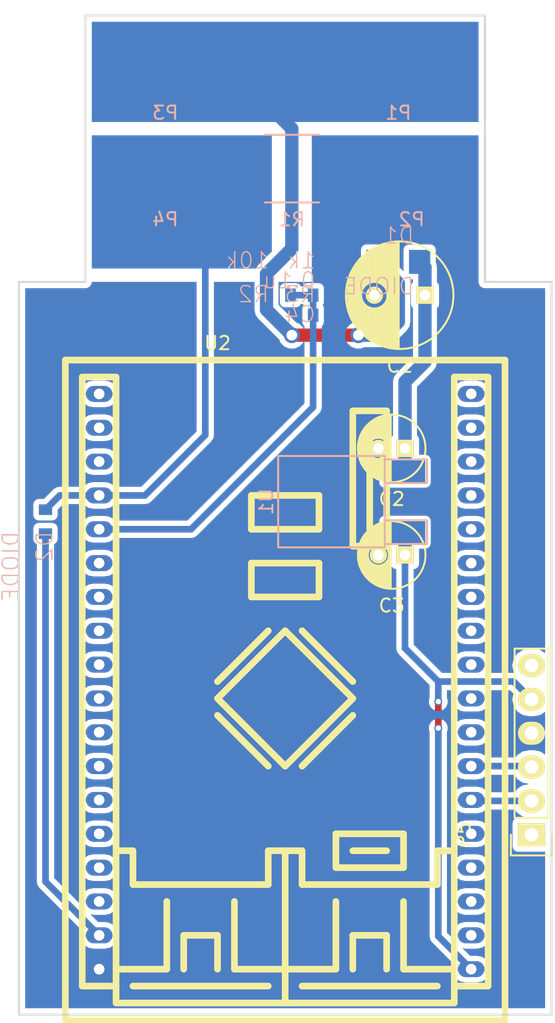
<source format=kicad_pcb>
(kicad_pcb (version 4) (host pcbnew 4.0.5)

  (general
    (links 27)
    (no_connects 0)
    (area -0.075001 -0.075001 40.075001 75.075001)
    (thickness 1.6)
    (drawings 8)
    (tracks 68)
    (zones 0)
    (modules 16)
    (nets 10)
  )

  (page A4)
  (layers
    (0 F.Cu signal)
    (31 B.Cu signal)
    (32 B.Adhes user)
    (33 F.Adhes user)
    (34 B.Paste user)
    (35 F.Paste user)
    (36 B.SilkS user)
    (37 F.SilkS user)
    (38 B.Mask user)
    (39 F.Mask user)
    (40 Dwgs.User user)
    (41 Cmts.User user)
    (42 Eco1.User user)
    (43 Eco2.User user)
    (44 Edge.Cuts user)
    (45 Margin user)
    (46 B.CrtYd user)
    (47 F.CrtYd user)
    (48 B.Fab user)
    (49 F.Fab user)
  )

  (setup
    (last_trace_width 0.5)
    (user_trace_width 0.5)
    (user_trace_width 1)
    (trace_clearance 0.2)
    (zone_clearance 0.4)
    (zone_45_only no)
    (trace_min 0.2)
    (segment_width 0.2)
    (edge_width 0.15)
    (via_size 0.6)
    (via_drill 0.4)
    (via_min_size 0.4)
    (via_min_drill 0.3)
    (user_via 1.2 0.8)
    (uvia_size 0.3)
    (uvia_drill 0.1)
    (uvias_allowed no)
    (uvia_min_size 0.2)
    (uvia_min_drill 0.1)
    (pcb_text_width 0.3)
    (pcb_text_size 1.5 1.5)
    (mod_edge_width 0.15)
    (mod_text_size 1 1)
    (mod_text_width 0.15)
    (pad_size 1.524 1.524)
    (pad_drill 0.762)
    (pad_to_mask_clearance 0.2)
    (aux_axis_origin 0 0)
    (visible_elements 7FFFFFFF)
    (pcbplotparams
      (layerselection 0x00030_80000001)
      (usegerberextensions false)
      (excludeedgelayer true)
      (linewidth 0.100000)
      (plotframeref false)
      (viasonmask false)
      (mode 1)
      (useauxorigin false)
      (hpglpennumber 1)
      (hpglpenspeed 20)
      (hpglpendiameter 15)
      (hpglpenoverlay 2)
      (psnegative false)
      (psa4output false)
      (plotreference true)
      (plotvalue true)
      (plotinvisibletext false)
      (padsonsilk false)
      (subtractmaskfromsilk false)
      (outputformat 1)
      (mirror false)
      (drillshape 1)
      (scaleselection 1)
      (outputdirectory ""))
  )

  (net 0 "")
  (net 1 "Net-(C1-Pad1)")
  (net 2 GND)
  (net 3 +BATT)
  (net 4 /Isense)
  (net 5 /TX)
  (net 6 /RX)
  (net 7 /Vsense)
  (net 8 +5V)
  (net 9 "Net-(D2-Pad1)")

  (net_class Default "これは標準のネット クラスです。"
    (clearance 0.2)
    (trace_width 0.25)
    (via_dia 0.6)
    (via_drill 0.4)
    (uvia_dia 0.3)
    (uvia_drill 0.1)
    (add_net +5V)
    (add_net +BATT)
    (add_net /Isense)
    (add_net /RX)
    (add_net /TX)
    (add_net /Vsense)
    (add_net GND)
    (add_net "Net-(C1-Pad1)")
    (add_net "Net-(D2-Pad1)")
  )

  (module Capacitors_ThroughHole:C_Radial_D8_L13_P3.8 (layer F.Cu) (tedit 0) (tstamp 58A50B75)
    (at 30.5 21 180)
    (descr "Radial Electrolytic Capacitor Diameter 8mm x Length 13mm, Pitch 3.8mm")
    (tags "Electrolytic Capacitor")
    (path /58A509C6)
    (fp_text reference C1 (at 1.9 -5.3 180) (layer F.SilkS)
      (effects (font (size 1 1) (thickness 0.15)))
    )
    (fp_text value 100u (at 1.9 5.3 180) (layer F.Fab)
      (effects (font (size 1 1) (thickness 0.15)))
    )
    (fp_line (start 1.975 -3.999) (end 1.975 3.999) (layer F.SilkS) (width 0.15))
    (fp_line (start 2.115 -3.994) (end 2.115 3.994) (layer F.SilkS) (width 0.15))
    (fp_line (start 2.255 -3.984) (end 2.255 3.984) (layer F.SilkS) (width 0.15))
    (fp_line (start 2.395 -3.969) (end 2.395 3.969) (layer F.SilkS) (width 0.15))
    (fp_line (start 2.535 -3.949) (end 2.535 3.949) (layer F.SilkS) (width 0.15))
    (fp_line (start 2.675 -3.924) (end 2.675 3.924) (layer F.SilkS) (width 0.15))
    (fp_line (start 2.815 -3.894) (end 2.815 -0.173) (layer F.SilkS) (width 0.15))
    (fp_line (start 2.815 0.173) (end 2.815 3.894) (layer F.SilkS) (width 0.15))
    (fp_line (start 2.955 -3.858) (end 2.955 -0.535) (layer F.SilkS) (width 0.15))
    (fp_line (start 2.955 0.535) (end 2.955 3.858) (layer F.SilkS) (width 0.15))
    (fp_line (start 3.095 -3.817) (end 3.095 -0.709) (layer F.SilkS) (width 0.15))
    (fp_line (start 3.095 0.709) (end 3.095 3.817) (layer F.SilkS) (width 0.15))
    (fp_line (start 3.235 -3.771) (end 3.235 -0.825) (layer F.SilkS) (width 0.15))
    (fp_line (start 3.235 0.825) (end 3.235 3.771) (layer F.SilkS) (width 0.15))
    (fp_line (start 3.375 -3.718) (end 3.375 -0.905) (layer F.SilkS) (width 0.15))
    (fp_line (start 3.375 0.905) (end 3.375 3.718) (layer F.SilkS) (width 0.15))
    (fp_line (start 3.515 -3.659) (end 3.515 -0.959) (layer F.SilkS) (width 0.15))
    (fp_line (start 3.515 0.959) (end 3.515 3.659) (layer F.SilkS) (width 0.15))
    (fp_line (start 3.655 -3.594) (end 3.655 -0.989) (layer F.SilkS) (width 0.15))
    (fp_line (start 3.655 0.989) (end 3.655 3.594) (layer F.SilkS) (width 0.15))
    (fp_line (start 3.795 -3.523) (end 3.795 -1) (layer F.SilkS) (width 0.15))
    (fp_line (start 3.795 1) (end 3.795 3.523) (layer F.SilkS) (width 0.15))
    (fp_line (start 3.935 -3.444) (end 3.935 -0.991) (layer F.SilkS) (width 0.15))
    (fp_line (start 3.935 0.991) (end 3.935 3.444) (layer F.SilkS) (width 0.15))
    (fp_line (start 4.075 -3.357) (end 4.075 -0.961) (layer F.SilkS) (width 0.15))
    (fp_line (start 4.075 0.961) (end 4.075 3.357) (layer F.SilkS) (width 0.15))
    (fp_line (start 4.215 -3.262) (end 4.215 -0.91) (layer F.SilkS) (width 0.15))
    (fp_line (start 4.215 0.91) (end 4.215 3.262) (layer F.SilkS) (width 0.15))
    (fp_line (start 4.355 -3.158) (end 4.355 -0.832) (layer F.SilkS) (width 0.15))
    (fp_line (start 4.355 0.832) (end 4.355 3.158) (layer F.SilkS) (width 0.15))
    (fp_line (start 4.495 -3.044) (end 4.495 -0.719) (layer F.SilkS) (width 0.15))
    (fp_line (start 4.495 0.719) (end 4.495 3.044) (layer F.SilkS) (width 0.15))
    (fp_line (start 4.635 -2.919) (end 4.635 -0.55) (layer F.SilkS) (width 0.15))
    (fp_line (start 4.635 0.55) (end 4.635 2.919) (layer F.SilkS) (width 0.15))
    (fp_line (start 4.775 -2.781) (end 4.775 -0.222) (layer F.SilkS) (width 0.15))
    (fp_line (start 4.775 0.222) (end 4.775 2.781) (layer F.SilkS) (width 0.15))
    (fp_line (start 4.915 -2.629) (end 4.915 2.629) (layer F.SilkS) (width 0.15))
    (fp_line (start 5.055 -2.459) (end 5.055 2.459) (layer F.SilkS) (width 0.15))
    (fp_line (start 5.195 -2.268) (end 5.195 2.268) (layer F.SilkS) (width 0.15))
    (fp_line (start 5.335 -2.05) (end 5.335 2.05) (layer F.SilkS) (width 0.15))
    (fp_line (start 5.475 -1.794) (end 5.475 1.794) (layer F.SilkS) (width 0.15))
    (fp_line (start 5.615 -1.483) (end 5.615 1.483) (layer F.SilkS) (width 0.15))
    (fp_line (start 5.755 -1.067) (end 5.755 1.067) (layer F.SilkS) (width 0.15))
    (fp_line (start 5.895 -0.2) (end 5.895 0.2) (layer F.SilkS) (width 0.15))
    (fp_circle (center 3.8 0) (end 3.8 -1) (layer F.SilkS) (width 0.15))
    (fp_circle (center 1.9 0) (end 1.9 -4.0375) (layer F.SilkS) (width 0.15))
    (fp_circle (center 1.9 0) (end 1.9 -4.3) (layer F.CrtYd) (width 0.05))
    (pad 1 thru_hole rect (at 0 0 180) (size 1.3 1.3) (drill 0.8) (layers *.Cu *.Mask F.SilkS)
      (net 1 "Net-(C1-Pad1)"))
    (pad 2 thru_hole circle (at 3.8 0 180) (size 1.3 1.3) (drill 0.8) (layers *.Cu *.Mask F.SilkS)
      (net 2 GND))
    (model Capacitors_ThroughHole.3dshapes/C_Radial_D8_L13_P3.8.wrl
      (at (xyz 0.0748031 0 0))
      (scale (xyz 1 1 1))
      (rotate (xyz 0 0 90))
    )
  )

  (module Capacitors_ThroughHole:C_Radial_D5_L11_P2 (layer F.Cu) (tedit 0) (tstamp 58A50B7B)
    (at 29 32.5 180)
    (descr "Radial Electrolytic Capacitor 5mm x Length 11mm, Pitch 2mm")
    (tags "Electrolytic Capacitor")
    (path /58A50ACA)
    (fp_text reference C2 (at 1 -3.8 180) (layer F.SilkS)
      (effects (font (size 1 1) (thickness 0.15)))
    )
    (fp_text value 10u (at 1 3.8 180) (layer F.Fab)
      (effects (font (size 1 1) (thickness 0.15)))
    )
    (fp_line (start 1.075 -2.499) (end 1.075 2.499) (layer F.SilkS) (width 0.15))
    (fp_line (start 1.215 -2.491) (end 1.215 -0.154) (layer F.SilkS) (width 0.15))
    (fp_line (start 1.215 0.154) (end 1.215 2.491) (layer F.SilkS) (width 0.15))
    (fp_line (start 1.355 -2.475) (end 1.355 -0.473) (layer F.SilkS) (width 0.15))
    (fp_line (start 1.355 0.473) (end 1.355 2.475) (layer F.SilkS) (width 0.15))
    (fp_line (start 1.495 -2.451) (end 1.495 -0.62) (layer F.SilkS) (width 0.15))
    (fp_line (start 1.495 0.62) (end 1.495 2.451) (layer F.SilkS) (width 0.15))
    (fp_line (start 1.635 -2.418) (end 1.635 -0.712) (layer F.SilkS) (width 0.15))
    (fp_line (start 1.635 0.712) (end 1.635 2.418) (layer F.SilkS) (width 0.15))
    (fp_line (start 1.775 -2.377) (end 1.775 -0.768) (layer F.SilkS) (width 0.15))
    (fp_line (start 1.775 0.768) (end 1.775 2.377) (layer F.SilkS) (width 0.15))
    (fp_line (start 1.915 -2.327) (end 1.915 -0.795) (layer F.SilkS) (width 0.15))
    (fp_line (start 1.915 0.795) (end 1.915 2.327) (layer F.SilkS) (width 0.15))
    (fp_line (start 2.055 -2.266) (end 2.055 -0.798) (layer F.SilkS) (width 0.15))
    (fp_line (start 2.055 0.798) (end 2.055 2.266) (layer F.SilkS) (width 0.15))
    (fp_line (start 2.195 -2.196) (end 2.195 -0.776) (layer F.SilkS) (width 0.15))
    (fp_line (start 2.195 0.776) (end 2.195 2.196) (layer F.SilkS) (width 0.15))
    (fp_line (start 2.335 -2.114) (end 2.335 -0.726) (layer F.SilkS) (width 0.15))
    (fp_line (start 2.335 0.726) (end 2.335 2.114) (layer F.SilkS) (width 0.15))
    (fp_line (start 2.475 -2.019) (end 2.475 -0.644) (layer F.SilkS) (width 0.15))
    (fp_line (start 2.475 0.644) (end 2.475 2.019) (layer F.SilkS) (width 0.15))
    (fp_line (start 2.615 -1.908) (end 2.615 -0.512) (layer F.SilkS) (width 0.15))
    (fp_line (start 2.615 0.512) (end 2.615 1.908) (layer F.SilkS) (width 0.15))
    (fp_line (start 2.755 -1.78) (end 2.755 -0.265) (layer F.SilkS) (width 0.15))
    (fp_line (start 2.755 0.265) (end 2.755 1.78) (layer F.SilkS) (width 0.15))
    (fp_line (start 2.895 -1.631) (end 2.895 1.631) (layer F.SilkS) (width 0.15))
    (fp_line (start 3.035 -1.452) (end 3.035 1.452) (layer F.SilkS) (width 0.15))
    (fp_line (start 3.175 -1.233) (end 3.175 1.233) (layer F.SilkS) (width 0.15))
    (fp_line (start 3.315 -0.944) (end 3.315 0.944) (layer F.SilkS) (width 0.15))
    (fp_line (start 3.455 -0.472) (end 3.455 0.472) (layer F.SilkS) (width 0.15))
    (fp_circle (center 2 0) (end 2 -0.8) (layer F.SilkS) (width 0.15))
    (fp_circle (center 1 0) (end 1 -2.5375) (layer F.SilkS) (width 0.15))
    (fp_circle (center 1 0) (end 1 -2.8) (layer F.CrtYd) (width 0.05))
    (pad 1 thru_hole rect (at 0 0 180) (size 1.3 1.3) (drill 0.8) (layers *.Cu *.Mask F.SilkS)
      (net 1 "Net-(C1-Pad1)"))
    (pad 2 thru_hole circle (at 2 0 180) (size 1.3 1.3) (drill 0.8) (layers *.Cu *.Mask F.SilkS)
      (net 2 GND))
    (model Capacitors_ThroughHole.3dshapes/C_Radial_D5_L11_P2.wrl
      (at (xyz 0 0 0))
      (scale (xyz 1 1 1))
      (rotate (xyz 0 0 0))
    )
  )

  (module Capacitors_ThroughHole:C_Radial_D5_L11_P2 (layer F.Cu) (tedit 0) (tstamp 58A50B81)
    (at 29 40.5 180)
    (descr "Radial Electrolytic Capacitor 5mm x Length 11mm, Pitch 2mm")
    (tags "Electrolytic Capacitor")
    (path /58A50A15)
    (fp_text reference C3 (at 1 -3.8 180) (layer F.SilkS)
      (effects (font (size 1 1) (thickness 0.15)))
    )
    (fp_text value 10u (at 1 3.8 180) (layer F.Fab)
      (effects (font (size 1 1) (thickness 0.15)))
    )
    (fp_line (start 1.075 -2.499) (end 1.075 2.499) (layer F.SilkS) (width 0.15))
    (fp_line (start 1.215 -2.491) (end 1.215 -0.154) (layer F.SilkS) (width 0.15))
    (fp_line (start 1.215 0.154) (end 1.215 2.491) (layer F.SilkS) (width 0.15))
    (fp_line (start 1.355 -2.475) (end 1.355 -0.473) (layer F.SilkS) (width 0.15))
    (fp_line (start 1.355 0.473) (end 1.355 2.475) (layer F.SilkS) (width 0.15))
    (fp_line (start 1.495 -2.451) (end 1.495 -0.62) (layer F.SilkS) (width 0.15))
    (fp_line (start 1.495 0.62) (end 1.495 2.451) (layer F.SilkS) (width 0.15))
    (fp_line (start 1.635 -2.418) (end 1.635 -0.712) (layer F.SilkS) (width 0.15))
    (fp_line (start 1.635 0.712) (end 1.635 2.418) (layer F.SilkS) (width 0.15))
    (fp_line (start 1.775 -2.377) (end 1.775 -0.768) (layer F.SilkS) (width 0.15))
    (fp_line (start 1.775 0.768) (end 1.775 2.377) (layer F.SilkS) (width 0.15))
    (fp_line (start 1.915 -2.327) (end 1.915 -0.795) (layer F.SilkS) (width 0.15))
    (fp_line (start 1.915 0.795) (end 1.915 2.327) (layer F.SilkS) (width 0.15))
    (fp_line (start 2.055 -2.266) (end 2.055 -0.798) (layer F.SilkS) (width 0.15))
    (fp_line (start 2.055 0.798) (end 2.055 2.266) (layer F.SilkS) (width 0.15))
    (fp_line (start 2.195 -2.196) (end 2.195 -0.776) (layer F.SilkS) (width 0.15))
    (fp_line (start 2.195 0.776) (end 2.195 2.196) (layer F.SilkS) (width 0.15))
    (fp_line (start 2.335 -2.114) (end 2.335 -0.726) (layer F.SilkS) (width 0.15))
    (fp_line (start 2.335 0.726) (end 2.335 2.114) (layer F.SilkS) (width 0.15))
    (fp_line (start 2.475 -2.019) (end 2.475 -0.644) (layer F.SilkS) (width 0.15))
    (fp_line (start 2.475 0.644) (end 2.475 2.019) (layer F.SilkS) (width 0.15))
    (fp_line (start 2.615 -1.908) (end 2.615 -0.512) (layer F.SilkS) (width 0.15))
    (fp_line (start 2.615 0.512) (end 2.615 1.908) (layer F.SilkS) (width 0.15))
    (fp_line (start 2.755 -1.78) (end 2.755 -0.265) (layer F.SilkS) (width 0.15))
    (fp_line (start 2.755 0.265) (end 2.755 1.78) (layer F.SilkS) (width 0.15))
    (fp_line (start 2.895 -1.631) (end 2.895 1.631) (layer F.SilkS) (width 0.15))
    (fp_line (start 3.035 -1.452) (end 3.035 1.452) (layer F.SilkS) (width 0.15))
    (fp_line (start 3.175 -1.233) (end 3.175 1.233) (layer F.SilkS) (width 0.15))
    (fp_line (start 3.315 -0.944) (end 3.315 0.944) (layer F.SilkS) (width 0.15))
    (fp_line (start 3.455 -0.472) (end 3.455 0.472) (layer F.SilkS) (width 0.15))
    (fp_circle (center 2 0) (end 2 -0.8) (layer F.SilkS) (width 0.15))
    (fp_circle (center 1 0) (end 1 -2.5375) (layer F.SilkS) (width 0.15))
    (fp_circle (center 1 0) (end 1 -2.8) (layer F.CrtYd) (width 0.05))
    (pad 1 thru_hole rect (at 0 0 180) (size 1.3 1.3) (drill 0.8) (layers *.Cu *.Mask F.SilkS)
      (net 8 +5V))
    (pad 2 thru_hole circle (at 2 0 180) (size 1.3 1.3) (drill 0.8) (layers *.Cu *.Mask F.SilkS)
      (net 2 GND))
    (model Capacitors_ThroughHole.3dshapes/C_Radial_D5_L11_P2.wrl
      (at (xyz 0 0 0))
      (scale (xyz 1 1 1))
      (rotate (xyz 0 0 0))
    )
  )

  (module RP_KiCAD_Libs:C3216 (layer B.Cu) (tedit 0) (tstamp 58A50B87)
    (at 28.5 18.5 180)
    (descr <b>CAPACITOR</b>)
    (path /58A50911)
    (fp_text reference D1 (at -1.27 1.27 180) (layer B.SilkS)
      (effects (font (size 1.2065 1.2065) (thickness 0.1016)) (justify left bottom mirror))
    )
    (fp_text value DIODE (at -1.27 -2.54 180) (layer B.SilkS)
      (effects (font (size 1.2065 1.2065) (thickness 0.1016)) (justify left bottom mirror))
    )
    (fp_line (start -0.965 0.787) (end 0.965 0.787) (layer Dwgs.User) (width 0.1016))
    (fp_line (start -0.965 -0.787) (end 0.965 -0.787) (layer Dwgs.User) (width 0.1016))
    (fp_poly (pts (xy -1.7018 -0.8509) (xy -0.9517 -0.8509) (xy -0.9517 0.8491) (xy -1.7018 0.8491)) (layer Dwgs.User) (width 0))
    (fp_poly (pts (xy 0.9517 -0.8491) (xy 1.7018 -0.8491) (xy 1.7018 0.8509) (xy 0.9517 0.8509)) (layer Dwgs.User) (width 0))
    (fp_poly (pts (xy -0.3 -0.5001) (xy 0.3 -0.5001) (xy 0.3 0.5001) (xy -0.3 0.5001)) (layer B.Adhes) (width 0))
    (pad 1 smd rect (at -1.6 0 180) (size 1.6 1.8) (layers B.Cu B.Paste B.Mask)
      (net 1 "Net-(C1-Pad1)"))
    (pad 2 smd rect (at 1.6 0 180) (size 1.6 1.8) (layers B.Cu B.Paste B.Mask)
      (net 3 +BATT))
    (model Resistors_SMD.3dshapes/R_1206.wrl
      (at (xyz 0 0 0))
      (scale (xyz 1 1 1))
      (rotate (xyz 0 0 0))
    )
  )

  (module Measurement_Points:Measurement_Point_Square-SMD-Pad_Big (layer B.Cu) (tedit 0) (tstamp 58A50B8C)
    (at 28.5 3.5)
    (descr "Mesurement Point, Square, SMD Pad,  3mm x 3mm,")
    (tags "Mesurement Point, Square, SMD Pad, 3mm x 3mm,")
    (path /58A51923)
    (fp_text reference P1 (at 0 3.81) (layer B.SilkS)
      (effects (font (size 1 1) (thickness 0.15)) (justify mirror))
    )
    (fp_text value CONN_01X01 (at 2.54 -3.81) (layer B.Fab)
      (effects (font (size 1 1) (thickness 0.15)) (justify mirror))
    )
    (pad 1 smd rect (at 0 0) (size 2.99974 2.99974) (layers B.Cu B.Paste B.Mask)
      (net 3 +BATT))
  )

  (module Measurement_Points:Measurement_Point_Square-SMD-Pad_Big (layer B.Cu) (tedit 0) (tstamp 58A50B91)
    (at 29.5 11.5)
    (descr "Mesurement Point, Square, SMD Pad,  3mm x 3mm,")
    (tags "Mesurement Point, Square, SMD Pad, 3mm x 3mm,")
    (path /58A51A2C)
    (fp_text reference P2 (at 0 3.81) (layer B.SilkS)
      (effects (font (size 1 1) (thickness 0.15)) (justify mirror))
    )
    (fp_text value CONN_01X01 (at 2.54 -3.81) (layer B.Fab)
      (effects (font (size 1 1) (thickness 0.15)) (justify mirror))
    )
    (pad 1 smd rect (at 0 0) (size 2.99974 2.99974) (layers B.Cu B.Paste B.Mask)
      (net 2 GND))
  )

  (module Measurement_Points:Measurement_Point_Square-SMD-Pad_Big (layer B.Cu) (tedit 0) (tstamp 58A50B96)
    (at 11 3.5)
    (descr "Mesurement Point, Square, SMD Pad,  3mm x 3mm,")
    (tags "Mesurement Point, Square, SMD Pad, 3mm x 3mm,")
    (path /58A51E85)
    (fp_text reference P3 (at 0 3.81) (layer B.SilkS)
      (effects (font (size 1 1) (thickness 0.15)) (justify mirror))
    )
    (fp_text value CONN_01X01 (at 2.54 -3.81) (layer B.Fab)
      (effects (font (size 1 1) (thickness 0.15)) (justify mirror))
    )
    (pad 1 smd rect (at 0 0) (size 2.99974 2.99974) (layers B.Cu B.Paste B.Mask)
      (net 3 +BATT))
  )

  (module Measurement_Points:Measurement_Point_Square-SMD-Pad_Big (layer B.Cu) (tedit 0) (tstamp 58A50B9B)
    (at 11 11.5)
    (descr "Mesurement Point, Square, SMD Pad,  3mm x 3mm,")
    (tags "Mesurement Point, Square, SMD Pad, 3mm x 3mm,")
    (path /58A51A61)
    (fp_text reference P4 (at 0 3.81) (layer B.SilkS)
      (effects (font (size 1 1) (thickness 0.15)) (justify mirror))
    )
    (fp_text value CONN_01X01 (at 2.54 -3.81) (layer B.Fab)
      (effects (font (size 1 1) (thickness 0.15)) (justify mirror))
    )
    (pad 1 smd rect (at 0 0) (size 2.99974 2.99974) (layers B.Cu B.Paste B.Mask)
      (net 4 /Isense))
  )

  (module Socket_Strips:Socket_Strip_Straight_1x06 (layer F.Cu) (tedit 0) (tstamp 58A50BA5)
    (at 38.5 61.5 90)
    (descr "Through hole socket strip")
    (tags "socket strip")
    (path /58A5122B)
    (fp_text reference P5 (at 0 -5.1 90) (layer F.SilkS)
      (effects (font (size 1 1) (thickness 0.15)))
    )
    (fp_text value CONN_01X06 (at 0 -3.1 90) (layer F.Fab)
      (effects (font (size 1 1) (thickness 0.15)))
    )
    (fp_line (start -1.75 -1.75) (end -1.75 1.75) (layer F.CrtYd) (width 0.05))
    (fp_line (start 14.45 -1.75) (end 14.45 1.75) (layer F.CrtYd) (width 0.05))
    (fp_line (start -1.75 -1.75) (end 14.45 -1.75) (layer F.CrtYd) (width 0.05))
    (fp_line (start -1.75 1.75) (end 14.45 1.75) (layer F.CrtYd) (width 0.05))
    (fp_line (start 1.27 1.27) (end 13.97 1.27) (layer F.SilkS) (width 0.15))
    (fp_line (start 13.97 1.27) (end 13.97 -1.27) (layer F.SilkS) (width 0.15))
    (fp_line (start 13.97 -1.27) (end 1.27 -1.27) (layer F.SilkS) (width 0.15))
    (fp_line (start -1.55 1.55) (end 0 1.55) (layer F.SilkS) (width 0.15))
    (fp_line (start 1.27 1.27) (end 1.27 -1.27) (layer F.SilkS) (width 0.15))
    (fp_line (start 0 -1.55) (end -1.55 -1.55) (layer F.SilkS) (width 0.15))
    (fp_line (start -1.55 -1.55) (end -1.55 1.55) (layer F.SilkS) (width 0.15))
    (pad 1 thru_hole rect (at 0 0 90) (size 1.7272 2.032) (drill 1.016) (layers *.Cu *.Mask F.SilkS))
    (pad 2 thru_hole oval (at 2.54 0 90) (size 1.7272 2.032) (drill 1.016) (layers *.Cu *.Mask F.SilkS)
      (net 5 /TX))
    (pad 3 thru_hole oval (at 5.08 0 90) (size 1.7272 2.032) (drill 1.016) (layers *.Cu *.Mask F.SilkS)
      (net 6 /RX))
    (pad 4 thru_hole oval (at 7.62 0 90) (size 1.7272 2.032) (drill 1.016) (layers *.Cu *.Mask F.SilkS)
      (net 2 GND))
    (pad 5 thru_hole oval (at 10.16 0 90) (size 1.7272 2.032) (drill 1.016) (layers *.Cu *.Mask F.SilkS)
      (net 8 +5V))
    (pad 6 thru_hole oval (at 12.7 0 90) (size 1.7272 2.032) (drill 1.016) (layers *.Cu *.Mask F.SilkS))
    (model Socket_Strips.3dshapes/Socket_Strip_Straight_1x06.wrl
      (at (xyz 0.25 0 0))
      (scale (xyz 1 1 1))
      (rotate (xyz 0 0 180))
    )
  )

  (module Resistors_SMD:R_2816 (layer B.Cu) (tedit 556FBCE5) (tstamp 58A50BAB)
    (at 20.5 11.5)
    (descr "Resistor SMD 2816, reflow soldering, Vishay (see WSL-VISHAY.PDF)")
    (tags "resistor 2816")
    (path /58A5209B)
    (attr smd)
    (fp_text reference R1 (at 0 3.81) (layer B.SilkS)
      (effects (font (size 1 1) (thickness 0.15)) (justify mirror))
    )
    (fp_text value 1m (at 0 -3.81) (layer B.Fab)
      (effects (font (size 1 1) (thickness 0.15)) (justify mirror))
    )
    (fp_line (start -4.572 2.794) (end 4.572 2.794) (layer B.CrtYd) (width 0.05))
    (fp_line (start 4.572 2.794) (end 4.572 -2.794) (layer B.CrtYd) (width 0.05))
    (fp_line (start 4.572 -2.794) (end -4.572 -2.794) (layer B.CrtYd) (width 0.05))
    (fp_line (start -4.572 -2.794) (end -4.572 2.794) (layer B.CrtYd) (width 0.05))
    (fp_line (start -2.032 -2.54) (end 2.032 -2.54) (layer B.SilkS) (width 0.15))
    (fp_line (start -2.032 2.54) (end 2.032 2.54) (layer B.SilkS) (width 0.15))
    (pad 1 smd rect (at -3.048 0) (size 2.45 4.7) (layers B.Cu B.Paste B.Mask)
      (net 4 /Isense))
    (pad 2 smd rect (at 3.048 0) (size 2.45 4.7) (layers B.Cu B.Paste B.Mask)
      (net 2 GND))
  )

  (module RP_KiCAD_Libs:C1608_WP (layer B.Cu) (tedit 57C3E677) (tstamp 58A50BB1)
    (at 19.5 21)
    (descr <b>CAPACITOR</b>)
    (path /58A528C0)
    (fp_text reference R2 (at -0.635 0.635) (layer B.SilkS)
      (effects (font (size 1.2065 1.2065) (thickness 0.1016)) (justify left bottom mirror))
    )
    (fp_text value 10k (at -0.635 -1.905) (layer B.SilkS)
      (effects (font (size 1.2065 1.2065) (thickness 0.1016)) (justify left bottom mirror))
    )
    (fp_line (start -0.356 0.432) (end 0.356 0.432) (layer Dwgs.User) (width 0.1016))
    (fp_line (start -0.356 -0.419) (end 0.356 -0.419) (layer Dwgs.User) (width 0.1016))
    (fp_poly (pts (xy -0.8382 -0.4699) (xy -0.3381 -0.4699) (xy -0.3381 0.4801) (xy -0.8382 0.4801)) (layer Dwgs.User) (width 0))
    (fp_poly (pts (xy 0.3302 -0.4699) (xy 0.8303 -0.4699) (xy 0.8303 0.4801) (xy 0.3302 0.4801)) (layer Dwgs.User) (width 0))
    (fp_poly (pts (xy -0.1999 -0.3) (xy 0.1999 -0.3) (xy 0.1999 0.3) (xy -0.1999 0.3)) (layer B.Adhes) (width 0))
    (pad 1 smd rect (at -0.9 0) (size 0.8 1) (layers B.Cu B.Paste B.Mask)
      (net 3 +BATT))
    (pad 2 smd rect (at 0.9 0) (size 0.8 1) (layers B.Cu B.Paste B.Mask)
      (net 7 /Vsense))
    (model Resistors_SMD.3dshapes/R_0603.wrl
      (at (xyz 0 0 0))
      (scale (xyz 1 1 1))
      (rotate (xyz 0 0 0))
    )
  )

  (module RP_KiCAD_Libs:C1608_WP (layer B.Cu) (tedit 57C3E677) (tstamp 58A50BB7)
    (at 23 21)
    (descr <b>CAPACITOR</b>)
    (path /58A52937)
    (fp_text reference R3 (at -0.635 0.635) (layer B.SilkS)
      (effects (font (size 1.2065 1.2065) (thickness 0.1016)) (justify left bottom mirror))
    )
    (fp_text value 1k (at -0.635 -1.905) (layer B.SilkS)
      (effects (font (size 1.2065 1.2065) (thickness 0.1016)) (justify left bottom mirror))
    )
    (fp_line (start -0.356 0.432) (end 0.356 0.432) (layer Dwgs.User) (width 0.1016))
    (fp_line (start -0.356 -0.419) (end 0.356 -0.419) (layer Dwgs.User) (width 0.1016))
    (fp_poly (pts (xy -0.8382 -0.4699) (xy -0.3381 -0.4699) (xy -0.3381 0.4801) (xy -0.8382 0.4801)) (layer Dwgs.User) (width 0))
    (fp_poly (pts (xy 0.3302 -0.4699) (xy 0.8303 -0.4699) (xy 0.8303 0.4801) (xy 0.3302 0.4801)) (layer Dwgs.User) (width 0))
    (fp_poly (pts (xy -0.1999 -0.3) (xy 0.1999 -0.3) (xy 0.1999 0.3) (xy -0.1999 0.3)) (layer B.Adhes) (width 0))
    (pad 1 smd rect (at -0.9 0) (size 0.8 1) (layers B.Cu B.Paste B.Mask)
      (net 7 /Vsense))
    (pad 2 smd rect (at 0.9 0) (size 0.8 1) (layers B.Cu B.Paste B.Mask)
      (net 2 GND))
    (model Resistors_SMD.3dshapes/R_0603.wrl
      (at (xyz 0 0 0))
      (scale (xyz 1 1 1))
      (rotate (xyz 0 0 0))
    )
  )

  (module TO_SOT_Packages_SMD:TO-252-2Lead_regu (layer B.Cu) (tedit 57EF10E3) (tstamp 58A50C35)
    (at 29 36.5 270)
    (descr "DPAK / TO-252 2-lead smd package")
    (tags "dpak TO-252")
    (path /58A51041)
    (attr smd)
    (fp_text reference U1 (at 0 10.414 270) (layer B.SilkS)
      (effects (font (size 1 1) (thickness 0.15)) (justify mirror))
    )
    (fp_text value LM7812 (at 0 2.413 270) (layer B.Fab)
      (effects (font (size 1 1) (thickness 0.15)) (justify mirror))
    )
    (fp_line (start 1.397 1.524) (end 1.397 -1.651) (layer B.SilkS) (width 0.15))
    (fp_line (start 1.397 -1.651) (end 3.175 -1.651) (layer B.SilkS) (width 0.15))
    (fp_line (start 3.175 -1.651) (end 3.175 1.524) (layer B.SilkS) (width 0.15))
    (fp_line (start -3.175 1.524) (end -3.175 -1.651) (layer B.SilkS) (width 0.15))
    (fp_line (start -3.175 -1.651) (end -1.397 -1.651) (layer B.SilkS) (width 0.15))
    (fp_line (start -1.397 -1.651) (end -1.397 1.524) (layer B.SilkS) (width 0.15))
    (fp_line (start 3.429 7.62) (end 3.429 1.524) (layer B.SilkS) (width 0.15))
    (fp_line (start 3.429 1.524) (end -3.429 1.524) (layer B.SilkS) (width 0.15))
    (fp_line (start -3.429 1.524) (end -3.429 9.398) (layer B.SilkS) (width 0.15))
    (fp_line (start -3.429 9.525) (end 3.429 9.525) (layer B.SilkS) (width 0.15))
    (fp_line (start 3.429 9.398) (end 3.429 7.62) (layer B.SilkS) (width 0.15))
    (pad VI smd rect (at -2.286 0 270) (size 1.651 3.048) (layers B.Cu B.Paste B.Mask)
      (net 1 "Net-(C1-Pad1)"))
    (pad GND smd rect (at 0 6.35 270) (size 6.096 6.096) (layers B.Cu B.Paste B.Mask)
      (net 2 GND))
    (pad VO smd rect (at 2.286 0 270) (size 1.651 3.048) (layers B.Cu B.Paste B.Mask)
      (net 8 +5V))
    (model TO_SOT_Packages_SMD.3dshapes/TO-252-2Lead.wrl
      (at (xyz 0 0 0))
      (scale (xyz 1 1 1))
      (rotate (xyz 0 0 0))
    )
  )

  (module RP_KiCAD_Libs:C1608_WP (layer B.Cu) (tedit 57C3E677) (tstamp 58A50ECF)
    (at 23 22.5)
    (descr <b>CAPACITOR</b>)
    (path /58A52FD4)
    (fp_text reference C4 (at -0.635 0.635) (layer B.SilkS)
      (effects (font (size 1.2065 1.2065) (thickness 0.1016)) (justify left bottom mirror))
    )
    (fp_text value 0.1u (at -0.635 -1.905) (layer B.SilkS)
      (effects (font (size 1.2065 1.2065) (thickness 0.1016)) (justify left bottom mirror))
    )
    (fp_line (start -0.356 0.432) (end 0.356 0.432) (layer Dwgs.User) (width 0.1016))
    (fp_line (start -0.356 -0.419) (end 0.356 -0.419) (layer Dwgs.User) (width 0.1016))
    (fp_poly (pts (xy -0.8382 -0.4699) (xy -0.3381 -0.4699) (xy -0.3381 0.4801) (xy -0.8382 0.4801)) (layer Dwgs.User) (width 0))
    (fp_poly (pts (xy 0.3302 -0.4699) (xy 0.8303 -0.4699) (xy 0.8303 0.4801) (xy 0.3302 0.4801)) (layer Dwgs.User) (width 0))
    (fp_poly (pts (xy -0.1999 -0.3) (xy 0.1999 -0.3) (xy 0.1999 0.3) (xy -0.1999 0.3)) (layer B.Adhes) (width 0))
    (pad 1 smd rect (at -0.9 0) (size 0.8 1) (layers B.Cu B.Paste B.Mask)
      (net 7 /Vsense))
    (pad 2 smd rect (at 0.9 0) (size 0.8 1) (layers B.Cu B.Paste B.Mask)
      (net 2 GND))
    (model Resistors_SMD.3dshapes/R_0603.wrl
      (at (xyz 0 0 0))
      (scale (xyz 1 1 1))
      (rotate (xyz 0 0 0))
    )
  )

  (module RP_KiCAD_Libs:F103_mini (layer F.Cu) (tedit 58A50E98) (tstamp 58A50BE6)
    (at 20 50)
    (path /58A507DD)
    (fp_text reference U2 (at -5.08 -25.4) (layer F.SilkS)
      (effects (font (size 1 1) (thickness 0.15)))
    )
    (fp_text value F103_mini (at 3.81 -25.4) (layer F.Fab)
      (effects (font (size 1 1) (thickness 0.15)))
    )
    (fp_line (start 0 24.13) (end 12.7 24.13) (layer F.SilkS) (width 0.5))
    (fp_line (start -12.7 24.13) (end 0 24.13) (layer F.SilkS) (width 0.5))
    (fp_line (start 1.27 22.86) (end 11.43 22.86) (layer F.SilkS) (width 0.5))
    (fp_line (start 6.35 -19.05) (end 6.35 -11.43) (layer F.SilkS) (width 0.5))
    (fp_line (start 5.08 12.7) (end 7.62 12.7) (layer F.SilkS) (width 0.5))
    (fp_line (start 3.81 11.43) (end 3.81 13.97) (layer F.SilkS) (width 0.5))
    (fp_line (start 3.81 13.97) (end 8.89 13.97) (layer F.SilkS) (width 0.5))
    (fp_line (start 8.89 13.97) (end 8.89 11.43) (layer F.SilkS) (width 0.5))
    (fp_line (start 8.89 11.43) (end 3.81 11.43) (layer F.SilkS) (width 0.5))
    (fp_line (start -2.54 -11.43) (end 2.54 -11.43) (layer F.SilkS) (width 0.5))
    (fp_line (start 2.54 -11.43) (end 2.54 -13.97) (layer F.SilkS) (width 0.5))
    (fp_line (start 2.54 -13.97) (end -2.54 -13.97) (layer F.SilkS) (width 0.5))
    (fp_line (start -2.54 -13.97) (end -2.54 -11.43) (layer F.SilkS) (width 0.5))
    (fp_line (start -2.54 -8.89) (end 2.54 -8.89) (layer F.SilkS) (width 0.5))
    (fp_line (start 2.54 -8.89) (end 2.54 -6.35) (layer F.SilkS) (width 0.5))
    (fp_line (start 2.54 -6.35) (end -2.54 -6.35) (layer F.SilkS) (width 0.5))
    (fp_line (start -2.54 -6.35) (end -2.54 -8.89) (layer F.SilkS) (width 0.5))
    (fp_line (start 5.08 -10.16) (end 7.62 -10.16) (layer F.SilkS) (width 0.5))
    (fp_line (start 7.62 -10.16) (end 7.62 -20.32) (layer F.SilkS) (width 0.5))
    (fp_line (start 7.62 -20.32) (end 5.08 -20.32) (layer F.SilkS) (width 0.5))
    (fp_line (start 5.08 -10.16) (end 5.08 -20.32) (layer F.SilkS) (width 0.5))
    (fp_line (start -5.08 0) (end -1.27 -3.81) (layer F.SilkS) (width 0.5))
    (fp_line (start 5.08 2.54) (end 1.27 6.35) (layer F.SilkS) (width 0.5))
    (fp_line (start 1.27 -3.81) (end 5.08 0) (layer F.SilkS) (width 0.5))
    (fp_line (start -5.08 1.27) (end 0 -3.81) (layer F.SilkS) (width 0.5))
    (fp_line (start -5.08 2.54) (end -1.27 6.35) (layer F.SilkS) (width 0.5))
    (fp_line (start -5.08 1.27) (end 0 6.35) (layer F.SilkS) (width 0.5))
    (fp_line (start 0 6.35) (end 5.08 1.27) (layer F.SilkS) (width 0.5))
    (fp_line (start 5.08 1.27) (end 0 -3.81) (layer F.SilkS) (width 0.5))
    (fp_line (start -11.43 22.86) (end -1.27 22.86) (layer F.SilkS) (width 0.5))
    (fp_line (start 5.08 21.59) (end 5.08 19.05) (layer F.SilkS) (width 0.5))
    (fp_line (start 5.08 19.05) (end 7.62 19.05) (layer F.SilkS) (width 0.5))
    (fp_line (start 7.62 19.05) (end 7.62 21.59) (layer F.SilkS) (width 0.5))
    (fp_line (start -7.62 21.59) (end -7.62 19.05) (layer F.SilkS) (width 0.5))
    (fp_line (start -7.62 19.05) (end -5.08 19.05) (layer F.SilkS) (width 0.5))
    (fp_line (start -5.08 19.05) (end -5.08 21.59) (layer F.SilkS) (width 0.5))
    (fp_line (start 8.89 21.59) (end 12.7 21.59) (layer F.SilkS) (width 0.5))
    (fp_line (start 8.89 16.51) (end 8.89 21.59) (layer F.SilkS) (width 0.5))
    (fp_line (start 3.81 16.51) (end 3.81 21.59) (layer F.SilkS) (width 0.5))
    (fp_line (start 3.81 21.59) (end -3.81 21.59) (layer F.SilkS) (width 0.5))
    (fp_line (start -3.81 21.59) (end -3.81 16.51) (layer F.SilkS) (width 0.5))
    (fp_line (start -8.89 16.51) (end -8.89 21.59) (layer F.SilkS) (width 0.5))
    (fp_line (start -8.89 21.59) (end -12.7 21.59) (layer F.SilkS) (width 0.5))
    (fp_line (start 12.7 22.86) (end 12.7 24.13) (layer F.SilkS) (width 0.5))
    (fp_line (start 1.27 12.7) (end 1.27 15.24) (layer F.SilkS) (width 0.5))
    (fp_line (start 0 12.7) (end 0 24.13) (layer F.SilkS) (width 0.5))
    (fp_line (start -1.27 12.7) (end -1.27 15.24) (layer F.SilkS) (width 0.5))
    (fp_line (start -12.7 22.86) (end -12.7 24.13) (layer F.SilkS) (width 0.5))
    (fp_line (start -1.27 15.24) (end -11.43 15.24) (layer F.SilkS) (width 0.5))
    (fp_line (start -11.43 15.24) (end -11.43 12.7) (layer F.SilkS) (width 0.5))
    (fp_line (start -11.43 12.7) (end -12.7 12.7) (layer F.SilkS) (width 0.5))
    (fp_line (start 11.43 12.7) (end 12.7 12.7) (layer F.SilkS) (width 0.5))
    (fp_line (start 11.43 12.7) (end 11.43 15.24) (layer F.SilkS) (width 0.5))
    (fp_line (start 1.27 15.24) (end 11.43 15.24) (layer F.SilkS) (width 0.5))
    (fp_line (start -1.27 12.7) (end 1.27 12.7) (layer F.SilkS) (width 0.5))
    (fp_line (start 12.7 -22.86) (end 15.24 -22.86) (layer F.SilkS) (width 0.5))
    (fp_line (start 15.24 -22.86) (end 15.24 22.86) (layer F.SilkS) (width 0.5))
    (fp_line (start 15.24 22.86) (end 12.7 22.86) (layer F.SilkS) (width 0.5))
    (fp_line (start 12.7 22.86) (end 12.7 -22.86) (layer F.SilkS) (width 0.5))
    (fp_line (start -15.24 -22.86) (end -12.7 -22.86) (layer F.SilkS) (width 0.5))
    (fp_line (start -12.7 -22.86) (end -12.7 22.86) (layer F.SilkS) (width 0.5))
    (fp_line (start -12.7 22.86) (end -15.24 22.86) (layer F.SilkS) (width 0.5))
    (fp_line (start -15.24 22.86) (end -15.24 -22.86) (layer F.SilkS) (width 0.5))
    (fp_line (start 16.51 -24.13) (end 16.51 25.4) (layer F.SilkS) (width 0.5))
    (fp_line (start 16.51 25.4) (end -16.51 25.4) (layer F.SilkS) (width 0.5))
    (fp_line (start -16.51 25.4) (end -16.51 -24.13) (layer F.SilkS) (width 0.5))
    (fp_line (start -16.51 -24.13) (end 16.51 -24.13) (layer F.SilkS) (width 0.5))
    (pad 1 thru_hole oval (at -13.97 -21.59) (size 2 1.2) (drill 0.8) (layers *.Cu *.Mask))
    (pad 2 thru_hole oval (at -13.97 -19.05) (size 2 1.2) (drill 0.8) (layers *.Cu *.Mask))
    (pad 3 thru_hole oval (at -13.97 -16.51) (size 2 1.2) (drill 0.8) (layers *.Cu *.Mask))
    (pad 4 thru_hole oval (at -13.97 -13.97) (size 2 1.2) (drill 0.8) (layers *.Cu *.Mask)
      (net 4 /Isense))
    (pad 5 thru_hole oval (at -13.97 -11.43) (size 2 1.2) (drill 0.8) (layers *.Cu *.Mask)
      (net 7 /Vsense))
    (pad 6 thru_hole oval (at -13.97 -8.89) (size 2 1.2) (drill 0.8) (layers *.Cu *.Mask))
    (pad 7 thru_hole oval (at -13.97 -6.35) (size 2 1.2) (drill 0.8) (layers *.Cu *.Mask))
    (pad 8 thru_hole oval (at -13.97 -3.81) (size 2 1.2) (drill 0.8) (layers *.Cu *.Mask))
    (pad 9 thru_hole oval (at -13.97 -1.27) (size 2 1.2) (drill 0.8) (layers *.Cu *.Mask))
    (pad 10 thru_hole oval (at -13.97 1.27) (size 2 1.2) (drill 0.8) (layers *.Cu *.Mask))
    (pad 11 thru_hole oval (at -13.97 3.81) (size 2 1.2) (drill 0.8) (layers *.Cu *.Mask))
    (pad 12 thru_hole oval (at -13.97 6.35) (size 2 1.2) (drill 0.8) (layers *.Cu *.Mask))
    (pad 13 thru_hole oval (at -13.97 8.89) (size 2 1.2) (drill 0.8) (layers *.Cu *.Mask))
    (pad 14 thru_hole oval (at -13.97 11.43) (size 2 1.2) (drill 0.8) (layers *.Cu *.Mask))
    (pad 15 thru_hole oval (at -13.97 13.97) (size 2 1.2) (drill 0.8) (layers *.Cu *.Mask))
    (pad 16 thru_hole oval (at -13.97 16.51) (size 2 1.2) (drill 0.8) (layers *.Cu *.Mask))
    (pad 17 thru_hole oval (at -13.97 19.05) (size 2 1.2) (drill 0.8) (layers *.Cu *.Mask)
      (net 9 "Net-(D2-Pad1)"))
    (pad 18 thru_hole oval (at -13.97 21.59) (size 2 1.2) (drill 0.8) (layers *.Cu *.Mask)
      (net 2 GND))
    (pad 19 thru_hole oval (at 13.97 21.59) (size 2 1.2) (drill 0.8) (layers *.Cu *.Mask)
      (net 8 +5V))
    (pad 20 thru_hole oval (at 13.97 19.05) (size 2 1.2) (drill 0.8) (layers *.Cu *.Mask))
    (pad 21 thru_hole oval (at 13.97 16.51) (size 2 1.2) (drill 0.8) (layers *.Cu *.Mask))
    (pad 22 thru_hole oval (at 13.97 13.97) (size 2 1.2) (drill 0.8) (layers *.Cu *.Mask))
    (pad 23 thru_hole oval (at 13.97 11.43) (size 2 1.2) (drill 0.8) (layers *.Cu *.Mask))
    (pad 24 thru_hole oval (at 13.97 8.89) (size 2 1.2) (drill 0.8) (layers *.Cu *.Mask)
      (net 5 /TX))
    (pad 25 thru_hole oval (at 13.97 6.35) (size 2 1.2) (drill 0.8) (layers *.Cu *.Mask)
      (net 6 /RX))
    (pad 26 thru_hole oval (at 13.97 3.81) (size 2 1.2) (drill 0.8) (layers *.Cu *.Mask))
    (pad 27 thru_hole oval (at 13.97 1.27) (size 2 1.2) (drill 0.8) (layers *.Cu *.Mask))
    (pad 28 thru_hole oval (at 13.97 -1.27) (size 2 1.2) (drill 0.8) (layers *.Cu *.Mask))
    (pad 29 thru_hole oval (at 13.97 -3.81) (size 2 1.2) (drill 0.8) (layers *.Cu *.Mask))
    (pad 30 thru_hole oval (at 13.97 -6.35) (size 2 1.2) (drill 0.8) (layers *.Cu *.Mask))
    (pad 31 thru_hole oval (at 13.97 -8.89) (size 2 1.2) (drill 0.8) (layers *.Cu *.Mask))
    (pad 32 thru_hole oval (at 13.97 -11.43) (size 2 1.2) (drill 0.8) (layers *.Cu *.Mask))
    (pad 33 thru_hole oval (at 13.97 -13.97) (size 2 1.2) (drill 0.8) (layers *.Cu *.Mask))
    (pad 34 thru_hole oval (at 13.97 -16.51) (size 2 1.2) (drill 0.8) (layers *.Cu *.Mask))
    (pad 35 thru_hole oval (at 13.97 -19.05) (size 2 1.2) (drill 0.8) (layers *.Cu *.Mask))
    (pad 36 thru_hole oval (at 13.97 -21.59) (size 2 1.2) (drill 0.8) (layers *.Cu *.Mask))
    (model user/STM32F103_mini.wrl
      (at (xyz -0.65 0.95 0.475))
      (scale (xyz 1 1 1))
      (rotate (xyz 0 0 0))
    )
    (model Socket_Strips.3dshapes/Socket_Strip_Straight_1x18.wrl
      (at (xyz -0.55 0 0))
      (scale (xyz 1 1 1))
      (rotate (xyz 0 0 90))
    )
    (model Socket_Strips.3dshapes/Socket_Strip_Straight_1x18.wrl
      (at (xyz 0.55 0 0))
      (scale (xyz 1 1 1))
      (rotate (xyz 0 0 90))
    )
  )

  (module RP_KiCAD_Libs:C1608_WP (layer B.Cu) (tedit 57C3E677) (tstamp 58A51BD0)
    (at 2 38 90)
    (descr <b>CAPACITOR</b>)
    (path /58A53C15)
    (fp_text reference D2 (at -0.635 0.635 90) (layer B.SilkS)
      (effects (font (size 1.2065 1.2065) (thickness 0.1016)) (justify left bottom mirror))
    )
    (fp_text value DIODE (at -0.635 -1.905 90) (layer B.SilkS)
      (effects (font (size 1.2065 1.2065) (thickness 0.1016)) (justify left bottom mirror))
    )
    (fp_line (start -0.356 0.432) (end 0.356 0.432) (layer Dwgs.User) (width 0.1016))
    (fp_line (start -0.356 -0.419) (end 0.356 -0.419) (layer Dwgs.User) (width 0.1016))
    (fp_poly (pts (xy -0.8382 -0.4699) (xy -0.3381 -0.4699) (xy -0.3381 0.4801) (xy -0.8382 0.4801)) (layer Dwgs.User) (width 0))
    (fp_poly (pts (xy 0.3302 -0.4699) (xy 0.8303 -0.4699) (xy 0.8303 0.4801) (xy 0.3302 0.4801)) (layer Dwgs.User) (width 0))
    (fp_poly (pts (xy -0.1999 -0.3) (xy 0.1999 -0.3) (xy 0.1999 0.3) (xy -0.1999 0.3)) (layer B.Adhes) (width 0))
    (pad 1 smd rect (at -0.9 0 90) (size 0.8 1) (layers B.Cu B.Paste B.Mask)
      (net 9 "Net-(D2-Pad1)"))
    (pad 2 smd rect (at 0.9 0 90) (size 0.8 1) (layers B.Cu B.Paste B.Mask)
      (net 4 /Isense))
    (model Resistors_SMD.3dshapes/R_0603.wrl
      (at (xyz 0 0 0))
      (scale (xyz 1 1 1))
      (rotate (xyz 0 0 0))
    )
  )

  (gr_line (start 40 75) (end 40 20) (angle 90) (layer Edge.Cuts) (width 0.15))
  (gr_line (start 0 75) (end 40 75) (angle 90) (layer Edge.Cuts) (width 0.15))
  (gr_line (start 0 20) (end 0 75) (angle 90) (layer Edge.Cuts) (width 0.15))
  (gr_line (start 5 0) (end 35 0) (angle 90) (layer Edge.Cuts) (width 0.15))
  (gr_line (start 35 20) (end 40 20) (angle 90) (layer Edge.Cuts) (width 0.15))
  (gr_line (start 35 0) (end 35 20) (angle 90) (layer Edge.Cuts) (width 0.15))
  (gr_line (start 5 20) (end 0 20) (angle 90) (layer Edge.Cuts) (width 0.15))
  (gr_line (start 5 0) (end 5 20) (angle 90) (layer Edge.Cuts) (width 0.15))

  (segment (start 30.1 18.5) (end 30.5 18.9) (width 1) (layer B.Cu) (net 1))
  (segment (start 30.5 18.9) (end 30.5 21) (width 1) (layer B.Cu) (net 1) (tstamp 58A51B32))
  (segment (start 29 32.5) (end 29 27.5) (width 1) (layer B.Cu) (net 1))
  (segment (start 30.5 26) (end 30.5 21) (width 1) (layer B.Cu) (net 1) (tstamp 58A51B2E))
  (segment (start 29 27.5) (end 30.5 26) (width 1) (layer B.Cu) (net 1) (tstamp 58A51B2D))
  (segment (start 29 32.5) (end 29 34.214) (width 1) (layer B.Cu) (net 1))
  (segment (start 38.5 53.88) (end 37.12 52.5) (width 0.5) (layer B.Cu) (net 2) (status 400000))
  (segment (start 37.12 52.5) (end 23.9 52.5) (width 0.5) (layer B.Cu) (net 2) (tstamp 58A6D1E8))
  (segment (start 23.9 52.5) (end 24 52.5) (width 0.5) (layer B.Cu) (net 2) (tstamp 58A51B44))
  (segment (start 24 52.5) (end 23.9 52.5) (width 0.5) (layer B.Cu) (net 2) (tstamp 58A51B46))
  (segment (start 26.7 21) (end 23.9 21) (width 1) (layer B.Cu) (net 2))
  (segment (start 27 32.5) (end 23.9 32.5) (width 1) (layer B.Cu) (net 2))
  (segment (start 23.9 32.5) (end 24 32.5) (width 1) (layer B.Cu) (net 2) (tstamp 58A51B28))
  (segment (start 24 32.5) (end 23.9 32.5) (width 1) (layer B.Cu) (net 2) (tstamp 58A51B2A))
  (segment (start 27 40.5) (end 23.9 40.5) (width 1) (layer B.Cu) (net 2))
  (segment (start 23.9 40.5) (end 24 40.5) (width 1) (layer B.Cu) (net 2) (tstamp 58A51B23))
  (segment (start 24 40.5) (end 23.9 40.5) (width 1) (layer B.Cu) (net 2) (tstamp 58A51B25))
  (segment (start 23.9 22.5) (end 23.9 32.5) (width 0.5) (layer B.Cu) (net 2))
  (segment (start 23.9 32.5) (end 23.9 40.5) (width 0.5) (layer B.Cu) (net 2) (tstamp 58A51B2B))
  (segment (start 23.9 40.5) (end 23.9 52.5) (width 0.5) (layer B.Cu) (net 2) (tstamp 58A51B26))
  (segment (start 23.9 52.5) (end 23.9 58.1) (width 0.5) (layer B.Cu) (net 2) (tstamp 58A51B47))
  (segment (start 10.41 71.59) (end 6.03 71.59) (width 0.5) (layer B.Cu) (net 2) (tstamp 58A50EEF))
  (segment (start 23.9 58.1) (end 10.41 71.59) (width 0.5) (layer B.Cu) (net 2) (tstamp 58A50EED))
  (segment (start 23.9 21) (end 23.9 11.852) (width 0.5) (layer B.Cu) (net 2))
  (segment (start 23.9 11.852) (end 23.548 11.5) (width 0.5) (layer B.Cu) (net 2) (tstamp 58A50EEA))
  (segment (start 23.9 21) (end 23.9 22.5) (width 0.5) (layer B.Cu) (net 2))
  (segment (start 25.5 24) (end 27.5 24) (width 1) (layer B.Cu) (net 3))
  (segment (start 18.6 22.1) (end 20.5 24) (width 1) (layer B.Cu) (net 3) (tstamp 58A50EF4))
  (via (at 20.5 24) (size 1.2) (drill 0.8) (layers F.Cu B.Cu) (net 3))
  (segment (start 20.5 24) (end 25.5 24) (width 1) (layer F.Cu) (net 3) (tstamp 58A50EF6))
  (via (at 25.5 24) (size 1.2) (drill 0.8) (layers F.Cu B.Cu) (net 3))
  (segment (start 18.6 21) (end 18.6 22.1) (width 1) (layer B.Cu) (net 3))
  (segment (start 28.5 20.1) (end 26.9 18.5) (width 1) (layer B.Cu) (net 3) (tstamp 58A51B3A))
  (segment (start 28.5 23) (end 28.5 20.1) (width 1) (layer B.Cu) (net 3) (tstamp 58A51B39))
  (segment (start 27.5 24) (end 28.5 23) (width 1) (layer B.Cu) (net 3) (tstamp 58A51B38))
  (segment (start 18.6 21) (end 18.6 19.4) (width 1) (layer B.Cu) (net 3))
  (segment (start 15.5 3.5) (end 11 3.5) (width 1) (layer B.Cu) (net 3) (tstamp 58A50E96))
  (segment (start 20.5 8.5) (end 15.5 3.5) (width 1) (layer B.Cu) (net 3) (tstamp 58A50E95))
  (segment (start 20.5 17.5) (end 20.5 8.5) (width 1) (layer B.Cu) (net 3) (tstamp 58A50E94))
  (segment (start 18.6 19.4) (end 20.5 17.5) (width 1) (layer B.Cu) (net 3) (tstamp 58A50E93))
  (segment (start 6.03 36.03) (end 3.07 36.03) (width 0.5) (layer B.Cu) (net 4))
  (segment (start 3.07 36.03) (end 2 37.1) (width 0.5) (layer B.Cu) (net 4) (tstamp 58A51BDD))
  (segment (start 6.03 36.03) (end 9.47 36.03) (width 0.5) (layer B.Cu) (net 4))
  (segment (start 14 14.5) (end 11 11.5) (width 0.5) (layer B.Cu) (net 4) (tstamp 58A50EE4))
  (segment (start 14 31.5) (end 14 14.5) (width 0.5) (layer B.Cu) (net 4) (tstamp 58A50EE2))
  (segment (start 9.47 36.03) (end 14 31.5) (width 0.5) (layer B.Cu) (net 4) (tstamp 58A50EE0))
  (segment (start 38.5 58.96) (end 34.04 58.96) (width 0.5) (layer B.Cu) (net 5) (status C00000))
  (segment (start 34.04 58.96) (end 33.97 58.89) (width 0.5) (layer B.Cu) (net 5) (tstamp 58A6D1E2) (status C00000))
  (segment (start 33.97 56.35) (end 38.43 56.35) (width 0.5) (layer B.Cu) (net 6) (status C00000))
  (segment (start 38.43 56.35) (end 38.5 56.42) (width 0.5) (layer B.Cu) (net 6) (tstamp 58A6D1E5) (status C00000))
  (segment (start 22.1 22.5) (end 22.1 29.4) (width 0.5) (layer B.Cu) (net 7))
  (segment (start 12.93 38.57) (end 6.03 38.57) (width 0.5) (layer B.Cu) (net 7) (tstamp 58A50EDC))
  (segment (start 22.1 29.4) (end 12.93 38.57) (width 0.5) (layer B.Cu) (net 7) (tstamp 58A50EDA))
  (segment (start 22.1 21) (end 22.1 22.5) (width 0.5) (layer B.Cu) (net 7))
  (segment (start 20.4 21) (end 22.1 21) (width 0.5) (layer B.Cu) (net 7))
  (segment (start 38.5 51.34) (end 37.16 50) (width 0.5) (layer B.Cu) (net 8) (status 400000))
  (segment (start 37.16 50) (end 31.5 50) (width 0.5) (layer B.Cu) (net 8) (tstamp 58A6D1EB))
  (segment (start 31.5 50) (end 31.5 51.5) (width 0.5) (layer B.Cu) (net 8))
  (segment (start 31.5 69.12) (end 33.97 71.59) (width 0.5) (layer B.Cu) (net 8) (tstamp 58A51B56))
  (segment (start 31.5 53.5) (end 31.5 69.12) (width 0.5) (layer B.Cu) (net 8) (tstamp 58A51B55))
  (via (at 31.5 53.5) (size 0.6) (drill 0.4) (layers F.Cu B.Cu) (net 8))
  (segment (start 31.5 51.5) (end 31.5 53.5) (width 0.5) (layer F.Cu) (net 8) (tstamp 58A51B52))
  (via (at 31.5 51.5) (size 0.6) (drill 0.4) (layers F.Cu B.Cu) (net 8))
  (segment (start 31.5 50) (end 29 47.5) (width 0.5) (layer B.Cu) (net 8) (tstamp 58A51B4A))
  (segment (start 29 47.5) (end 29 40.5) (width 0.5) (layer B.Cu) (net 8) (tstamp 58A51B4C))
  (segment (start 29 40.5) (end 29 38.786) (width 1) (layer B.Cu) (net 8))
  (segment (start 2 38.9) (end 2 65.02) (width 0.5) (layer B.Cu) (net 9))
  (segment (start 2 65.02) (end 6.03 69.05) (width 0.5) (layer B.Cu) (net 9) (tstamp 58A51BE0))

  (zone (net 3) (net_name +BATT) (layer B.Cu) (tstamp 58A50E69) (hatch edge 0.508)
    (connect_pads yes (clearance 0.4))
    (min_thickness 0.026)
    (fill yes (arc_segments 16) (thermal_gap 0.508) (thermal_bridge_width 0.508))
    (polygon
      (pts
        (xy 35 0) (xy 35 8) (xy 5 8) (xy 5 0)
      )
    )
    (filled_polygon
      (pts
        (xy 34.512 7.987) (xy 5.488 7.987) (xy 5.488 0.488) (xy 34.512 0.488)
      )
    )
  )
  (zone (net 2) (net_name GND) (layer B.Cu) (tstamp 58A50E6A) (hatch edge 0.508)
    (connect_pads yes (clearance 0.4))
    (min_thickness 0.026)
    (fill yes (arc_segments 16) (thermal_gap 0.508) (thermal_bridge_width 0.508))
    (polygon
      (pts
        (xy 35 20) (xy 40 20) (xy 40 75) (xy 0 75) (xy 0 20)
        (xy 22 20) (xy 22 9) (xy 35 9)
      )
    )
    (filled_polygon
      (pts
        (xy 34.512 20) (xy 34.549147 20.18675) (xy 34.654932 20.345068) (xy 34.81325 20.450853) (xy 35 20.488)
        (xy 39.512 20.488) (xy 39.512 47.849807) (xy 39.16893 47.620575) (xy 38.680396 47.5234) (xy 38.319604 47.5234)
        (xy 37.83107 47.620575) (xy 37.416911 47.897307) (xy 37.140179 48.311466) (xy 37.043004 48.8) (xy 37.140179 49.288534)
        (xy 37.174489 49.339882) (xy 37.16 49.337) (xy 35.187012 49.337) (xy 35.333572 49.117658) (xy 35.410682 48.73)
        (xy 35.333572 48.342342) (xy 35.113981 48.013701) (xy 34.78534 47.79411) (xy 34.397682 47.717) (xy 33.542318 47.717)
        (xy 33.15466 47.79411) (xy 32.826019 48.013701) (xy 32.606428 48.342342) (xy 32.529318 48.73) (xy 32.606428 49.117658)
        (xy 32.752988 49.337) (xy 31.774624 49.337) (xy 29.663 47.225376) (xy 29.663 46.19) (xy 32.529318 46.19)
        (xy 32.606428 46.577658) (xy 32.826019 46.906299) (xy 33.15466 47.12589) (xy 33.542318 47.203) (xy 34.397682 47.203)
        (xy 34.78534 47.12589) (xy 35.113981 46.906299) (xy 35.333572 46.577658) (xy 35.410682 46.19) (xy 35.333572 45.802342)
        (xy 35.113981 45.473701) (xy 34.78534 45.25411) (xy 34.397682 45.177) (xy 33.542318 45.177) (xy 33.15466 45.25411)
        (xy 32.826019 45.473701) (xy 32.606428 45.802342) (xy 32.529318 46.19) (xy 29.663 46.19) (xy 29.663 43.65)
        (xy 32.529318 43.65) (xy 32.606428 44.037658) (xy 32.826019 44.366299) (xy 33.15466 44.58589) (xy 33.542318 44.663)
        (xy 34.397682 44.663) (xy 34.78534 44.58589) (xy 35.113981 44.366299) (xy 35.333572 44.037658) (xy 35.410682 43.65)
        (xy 35.333572 43.262342) (xy 35.113981 42.933701) (xy 34.78534 42.71411) (xy 34.397682 42.637) (xy 33.542318 42.637)
        (xy 33.15466 42.71411) (xy 32.826019 42.933701) (xy 32.606428 43.262342) (xy 32.529318 43.65) (xy 29.663 43.65)
        (xy 29.663 41.568645) (xy 29.803049 41.542293) (xy 29.943614 41.451841) (xy 30.037915 41.313828) (xy 30.071091 41.15)
        (xy 30.071091 41.11) (xy 32.529318 41.11) (xy 32.606428 41.497658) (xy 32.826019 41.826299) (xy 33.15466 42.04589)
        (xy 33.542318 42.123) (xy 34.397682 42.123) (xy 34.78534 42.04589) (xy 35.113981 41.826299) (xy 35.333572 41.497658)
        (xy 35.410682 41.11) (xy 35.333572 40.722342) (xy 35.113981 40.393701) (xy 34.78534 40.17411) (xy 34.397682 40.097)
        (xy 33.542318 40.097) (xy 33.15466 40.17411) (xy 32.826019 40.393701) (xy 32.606428 40.722342) (xy 32.529318 41.11)
        (xy 30.071091 41.11) (xy 30.071091 40.032591) (xy 30.524 40.032591) (xy 30.677049 40.003793) (xy 30.817614 39.913341)
        (xy 30.911915 39.775328) (xy 30.945091 39.6115) (xy 30.945091 38.57) (xy 32.529318 38.57) (xy 32.606428 38.957658)
        (xy 32.826019 39.286299) (xy 33.15466 39.50589) (xy 33.542318 39.583) (xy 34.397682 39.583) (xy 34.78534 39.50589)
        (xy 35.113981 39.286299) (xy 35.333572 38.957658) (xy 35.410682 38.57) (xy 35.333572 38.182342) (xy 35.113981 37.853701)
        (xy 34.78534 37.63411) (xy 34.397682 37.557) (xy 33.542318 37.557) (xy 33.15466 37.63411) (xy 32.826019 37.853701)
        (xy 32.606428 38.182342) (xy 32.529318 38.57) (xy 30.945091 38.57) (xy 30.945091 37.9605) (xy 30.916293 37.807451)
        (xy 30.825841 37.666886) (xy 30.687828 37.572585) (xy 30.524 37.539409) (xy 27.476 37.539409) (xy 27.322951 37.568207)
        (xy 27.182386 37.658659) (xy 27.088085 37.796672) (xy 27.054909 37.9605) (xy 27.054909 39.6115) (xy 27.083707 39.764549)
        (xy 27.174159 39.905114) (xy 27.312172 39.999415) (xy 27.476 40.032591) (xy 27.928909 40.032591) (xy 27.928909 41.15)
        (xy 27.957707 41.303049) (xy 28.048159 41.443614) (xy 28.186172 41.537915) (xy 28.337 41.568458) (xy 28.337 47.5)
        (xy 28.387468 47.753719) (xy 28.531188 47.968812) (xy 30.837 50.274624) (xy 30.837 51.237441) (xy 30.787125 51.357553)
        (xy 30.786877 51.641202) (xy 30.895196 51.903354) (xy 31.095591 52.104099) (xy 31.357553 52.212875) (xy 31.641202 52.213123)
        (xy 31.903354 52.104804) (xy 32.104099 51.904409) (xy 32.212875 51.642447) (xy 32.213123 51.358798) (xy 32.163 51.237491)
        (xy 32.163 50.663) (xy 32.752988 50.663) (xy 32.606428 50.882342) (xy 32.529318 51.27) (xy 32.606428 51.657658)
        (xy 32.826019 51.986299) (xy 33.15466 52.20589) (xy 33.542318 52.283) (xy 34.397682 52.283) (xy 34.78534 52.20589)
        (xy 35.113981 51.986299) (xy 35.333572 51.657658) (xy 35.410682 51.27) (xy 35.333572 50.882342) (xy 35.187012 50.663)
        (xy 36.885376 50.663) (xy 37.129173 50.906797) (xy 37.043004 51.34) (xy 37.140179 51.828534) (xy 37.416911 52.242693)
        (xy 37.83107 52.519425) (xy 38.319604 52.6166) (xy 38.680396 52.6166) (xy 39.16893 52.519425) (xy 39.512 52.290193)
        (xy 39.512 55.469807) (xy 39.16893 55.240575) (xy 38.680396 55.1434) (xy 38.319604 55.1434) (xy 37.83107 55.240575)
        (xy 37.416911 55.517307) (xy 37.303526 55.687) (xy 35.149594 55.687) (xy 35.113981 55.633701) (xy 34.78534 55.41411)
        (xy 34.397682 55.337) (xy 33.542318 55.337) (xy 33.15466 55.41411) (xy 32.826019 55.633701) (xy 32.606428 55.962342)
        (xy 32.529318 56.35) (xy 32.606428 56.737658) (xy 32.826019 57.066299) (xy 33.15466 57.28589) (xy 33.542318 57.363)
        (xy 34.397682 57.363) (xy 34.78534 57.28589) (xy 35.113981 57.066299) (xy 35.149594 57.013) (xy 37.209981 57.013)
        (xy 37.416911 57.322693) (xy 37.83107 57.599425) (xy 38.286423 57.69) (xy 37.83107 57.780575) (xy 37.416911 58.057307)
        (xy 37.256753 58.297) (xy 35.196367 58.297) (xy 35.113981 58.173701) (xy 34.78534 57.95411) (xy 34.397682 57.877)
        (xy 33.542318 57.877) (xy 33.15466 57.95411) (xy 32.826019 58.173701) (xy 32.606428 58.502342) (xy 32.529318 58.89)
        (xy 32.606428 59.277658) (xy 32.826019 59.606299) (xy 33.15466 59.82589) (xy 33.542318 59.903) (xy 34.397682 59.903)
        (xy 34.78534 59.82589) (xy 35.088986 59.623) (xy 37.256753 59.623) (xy 37.416911 59.862693) (xy 37.83107 60.139425)
        (xy 38.212566 60.215309) (xy 37.484 60.215309) (xy 37.330951 60.244107) (xy 37.190386 60.334559) (xy 37.096085 60.472572)
        (xy 37.062909 60.6364) (xy 37.062909 62.3636) (xy 37.091707 62.516649) (xy 37.182159 62.657214) (xy 37.320172 62.751515)
        (xy 37.484 62.784691) (xy 39.512 62.784691) (xy 39.512 74.512) (xy 0.488 74.512) (xy 0.488 38.5)
        (xy 1.078909 38.5) (xy 1.078909 39.3) (xy 1.107707 39.453049) (xy 1.198159 39.593614) (xy 1.336172 39.687915)
        (xy 1.337 39.688083) (xy 1.337 65.02) (xy 1.387468 65.273719) (xy 1.531188 65.488812) (xy 4.681765 68.639389)
        (xy 4.666428 68.662342) (xy 4.589318 69.05) (xy 4.666428 69.437658) (xy 4.886019 69.766299) (xy 5.21466 69.98589)
        (xy 5.602318 70.063) (xy 6.457682 70.063) (xy 6.84534 69.98589) (xy 7.173981 69.766299) (xy 7.393572 69.437658)
        (xy 7.470682 69.05) (xy 7.393572 68.662342) (xy 7.173981 68.333701) (xy 6.84534 68.11411) (xy 6.457682 68.037)
        (xy 5.954624 68.037) (xy 5.400475 67.482851) (xy 5.602318 67.523) (xy 6.457682 67.523) (xy 6.84534 67.44589)
        (xy 7.173981 67.226299) (xy 7.393572 66.897658) (xy 7.470682 66.51) (xy 7.393572 66.122342) (xy 7.173981 65.793701)
        (xy 6.84534 65.57411) (xy 6.457682 65.497) (xy 5.602318 65.497) (xy 5.21466 65.57411) (xy 4.886019 65.793701)
        (xy 4.666428 66.122342) (xy 4.589318 66.51) (xy 4.629467 66.711843) (xy 2.663 64.745376) (xy 2.663 63.97)
        (xy 4.589318 63.97) (xy 4.666428 64.357658) (xy 4.886019 64.686299) (xy 5.21466 64.90589) (xy 5.602318 64.983)
        (xy 6.457682 64.983) (xy 6.84534 64.90589) (xy 7.173981 64.686299) (xy 7.393572 64.357658) (xy 7.470682 63.97)
        (xy 7.393572 63.582342) (xy 7.173981 63.253701) (xy 6.84534 63.03411) (xy 6.457682 62.957) (xy 5.602318 62.957)
        (xy 5.21466 63.03411) (xy 4.886019 63.253701) (xy 4.666428 63.582342) (xy 4.589318 63.97) (xy 2.663 63.97)
        (xy 2.663 61.43) (xy 4.589318 61.43) (xy 4.666428 61.817658) (xy 4.886019 62.146299) (xy 5.21466 62.36589)
        (xy 5.602318 62.443) (xy 6.457682 62.443) (xy 6.84534 62.36589) (xy 7.173981 62.146299) (xy 7.393572 61.817658)
        (xy 7.470682 61.43) (xy 7.393572 61.042342) (xy 7.173981 60.713701) (xy 6.84534 60.49411) (xy 6.457682 60.417)
        (xy 5.602318 60.417) (xy 5.21466 60.49411) (xy 4.886019 60.713701) (xy 4.666428 61.042342) (xy 4.589318 61.43)
        (xy 2.663 61.43) (xy 2.663 58.89) (xy 4.589318 58.89) (xy 4.666428 59.277658) (xy 4.886019 59.606299)
        (xy 5.21466 59.82589) (xy 5.602318 59.903) (xy 6.457682 59.903) (xy 6.84534 59.82589) (xy 7.173981 59.606299)
        (xy 7.393572 59.277658) (xy 7.470682 58.89) (xy 7.393572 58.502342) (xy 7.173981 58.173701) (xy 6.84534 57.95411)
        (xy 6.457682 57.877) (xy 5.602318 57.877) (xy 5.21466 57.95411) (xy 4.886019 58.173701) (xy 4.666428 58.502342)
        (xy 4.589318 58.89) (xy 2.663 58.89) (xy 2.663 56.35) (xy 4.589318 56.35) (xy 4.666428 56.737658)
        (xy 4.886019 57.066299) (xy 5.21466 57.28589) (xy 5.602318 57.363) (xy 6.457682 57.363) (xy 6.84534 57.28589)
        (xy 7.173981 57.066299) (xy 7.393572 56.737658) (xy 7.470682 56.35) (xy 7.393572 55.962342) (xy 7.173981 55.633701)
        (xy 6.84534 55.41411) (xy 6.457682 55.337) (xy 5.602318 55.337) (xy 5.21466 55.41411) (xy 4.886019 55.633701)
        (xy 4.666428 55.962342) (xy 4.589318 56.35) (xy 2.663 56.35) (xy 2.663 53.81) (xy 4.589318 53.81)
        (xy 4.666428 54.197658) (xy 4.886019 54.526299) (xy 5.21466 54.74589) (xy 5.602318 54.823) (xy 6.457682 54.823)
        (xy 6.84534 54.74589) (xy 7.173981 54.526299) (xy 7.393572 54.197658) (xy 7.470682 53.81) (xy 7.437106 53.641202)
        (xy 30.786877 53.641202) (xy 30.837 53.762509) (xy 30.837 69.12) (xy 30.887468 69.373719) (xy 31.031188 69.588812)
        (xy 32.621765 71.179388) (xy 32.606428 71.202342) (xy 32.529318 71.59) (xy 32.606428 71.977658) (xy 32.826019 72.306299)
        (xy 33.15466 72.52589) (xy 33.542318 72.603) (xy 34.397682 72.603) (xy 34.78534 72.52589) (xy 35.113981 72.306299)
        (xy 35.333572 71.977658) (xy 35.410682 71.59) (xy 35.333572 71.202342) (xy 35.113981 70.873701) (xy 34.78534 70.65411)
        (xy 34.397682 70.577) (xy 33.894623 70.577) (xy 33.340474 70.022851) (xy 33.542318 70.063) (xy 34.397682 70.063)
        (xy 34.78534 69.98589) (xy 35.113981 69.766299) (xy 35.333572 69.437658) (xy 35.410682 69.05) (xy 35.333572 68.662342)
        (xy 35.113981 68.333701) (xy 34.78534 68.11411) (xy 34.397682 68.037) (xy 33.542318 68.037) (xy 33.15466 68.11411)
        (xy 32.826019 68.333701) (xy 32.606428 68.662342) (xy 32.529318 69.05) (xy 32.569467 69.251843) (xy 32.163 68.845376)
        (xy 32.163 66.51) (xy 32.529318 66.51) (xy 32.606428 66.897658) (xy 32.826019 67.226299) (xy 33.15466 67.44589)
        (xy 33.542318 67.523) (xy 34.397682 67.523) (xy 34.78534 67.44589) (xy 35.113981 67.226299) (xy 35.333572 66.897658)
        (xy 35.410682 66.51) (xy 35.333572 66.122342) (xy 35.113981 65.793701) (xy 34.78534 65.57411) (xy 34.397682 65.497)
        (xy 33.542318 65.497) (xy 33.15466 65.57411) (xy 32.826019 65.793701) (xy 32.606428 66.122342) (xy 32.529318 66.51)
        (xy 32.163 66.51) (xy 32.163 63.97) (xy 32.529318 63.97) (xy 32.606428 64.357658) (xy 32.826019 64.686299)
        (xy 33.15466 64.90589) (xy 33.542318 64.983) (xy 34.397682 64.983) (xy 34.78534 64.90589) (xy 35.113981 64.686299)
        (xy 35.333572 64.357658) (xy 35.410682 63.97) (xy 35.333572 63.582342) (xy 35.113981 63.253701) (xy 34.78534 63.03411)
        (xy 34.397682 62.957) (xy 33.542318 62.957) (xy 33.15466 63.03411) (xy 32.826019 63.253701) (xy 32.606428 63.582342)
        (xy 32.529318 63.97) (xy 32.163 63.97) (xy 32.163 61.43) (xy 32.529318 61.43) (xy 32.606428 61.817658)
        (xy 32.826019 62.146299) (xy 33.15466 62.36589) (xy 33.542318 62.443) (xy 34.397682 62.443) (xy 34.78534 62.36589)
        (xy 35.113981 62.146299) (xy 35.333572 61.817658) (xy 35.410682 61.43) (xy 35.333572 61.042342) (xy 35.113981 60.713701)
        (xy 34.78534 60.49411) (xy 34.397682 60.417) (xy 33.542318 60.417) (xy 33.15466 60.49411) (xy 32.826019 60.713701)
        (xy 32.606428 61.042342) (xy 32.529318 61.43) (xy 32.163 61.43) (xy 32.163 53.81) (xy 32.529318 53.81)
        (xy 32.606428 54.197658) (xy 32.826019 54.526299) (xy 33.15466 54.74589) (xy 33.542318 54.823) (xy 34.397682 54.823)
        (xy 34.78534 54.74589) (xy 35.113981 54.526299) (xy 35.333572 54.197658) (xy 35.410682 53.81) (xy 35.333572 53.422342)
        (xy 35.113981 53.093701) (xy 34.78534 52.87411) (xy 34.397682 52.797) (xy 33.542318 52.797) (xy 33.15466 52.87411)
        (xy 32.826019 53.093701) (xy 32.606428 53.422342) (xy 32.529318 53.81) (xy 32.163 53.81) (xy 32.163 53.762559)
        (xy 32.212875 53.642447) (xy 32.213123 53.358798) (xy 32.104804 53.096646) (xy 31.904409 52.895901) (xy 31.642447 52.787125)
        (xy 31.358798 52.786877) (xy 31.096646 52.895196) (xy 30.895901 53.095591) (xy 30.787125 53.357553) (xy 30.786877 53.641202)
        (xy 7.437106 53.641202) (xy 7.393572 53.422342) (xy 7.173981 53.093701) (xy 6.84534 52.87411) (xy 6.457682 52.797)
        (xy 5.602318 52.797) (xy 5.21466 52.87411) (xy 4.886019 53.093701) (xy 4.666428 53.422342) (xy 4.589318 53.81)
        (xy 2.663 53.81) (xy 2.663 51.27) (xy 4.589318 51.27) (xy 4.666428 51.657658) (xy 4.886019 51.986299)
        (xy 5.21466 52.20589) (xy 5.602318 52.283) (xy 6.457682 52.283) (xy 6.84534 52.20589) (xy 7.173981 51.986299)
        (xy 7.393572 51.657658) (xy 7.470682 51.27) (xy 7.393572 50.882342) (xy 7.173981 50.553701) (xy 6.84534 50.33411)
        (xy 6.457682 50.257) (xy 5.602318 50.257) (xy 5.21466 50.33411) (xy 4.886019 50.553701) (xy 4.666428 50.882342)
        (xy 4.589318 51.27) (xy 2.663 51.27) (xy 2.663 48.73) (xy 4.589318 48.73) (xy 4.666428 49.117658)
        (xy 4.886019 49.446299) (xy 5.21466 49.66589) (xy 5.602318 49.743) (xy 6.457682 49.743) (xy 6.84534 49.66589)
        (xy 7.173981 49.446299) (xy 7.393572 49.117658) (xy 7.470682 48.73) (xy 7.393572 48.342342) (xy 7.173981 48.013701)
        (xy 6.84534 47.79411) (xy 6.457682 47.717) (xy 5.602318 47.717) (xy 5.21466 47.79411) (xy 4.886019 48.013701)
        (xy 4.666428 48.342342) (xy 4.589318 48.73) (xy 2.663 48.73) (xy 2.663 46.19) (xy 4.589318 46.19)
        (xy 4.666428 46.577658) (xy 4.886019 46.906299) (xy 5.21466 47.12589) (xy 5.602318 47.203) (xy 6.457682 47.203)
        (xy 6.84534 47.12589) (xy 7.173981 46.906299) (xy 7.393572 46.577658) (xy 7.470682 46.19) (xy 7.393572 45.802342)
        (xy 7.173981 45.473701) (xy 6.84534 45.25411) (xy 6.457682 45.177) (xy 5.602318 45.177) (xy 5.21466 45.25411)
        (xy 4.886019 45.473701) (xy 4.666428 45.802342) (xy 4.589318 46.19) (xy 2.663 46.19) (xy 2.663 43.65)
        (xy 4.589318 43.65) (xy 4.666428 44.037658) (xy 4.886019 44.366299) (xy 5.21466 44.58589) (xy 5.602318 44.663)
        (xy 6.457682 44.663) (xy 6.84534 44.58589) (xy 7.173981 44.366299) (xy 7.393572 44.037658) (xy 7.470682 43.65)
        (xy 7.393572 43.262342) (xy 7.173981 42.933701) (xy 6.84534 42.71411) (xy 6.457682 42.637) (xy 5.602318 42.637)
        (xy 5.21466 42.71411) (xy 4.886019 42.933701) (xy 4.666428 43.262342) (xy 4.589318 43.65) (xy 2.663 43.65)
        (xy 2.663 41.11) (xy 4.589318 41.11) (xy 4.666428 41.497658) (xy 4.886019 41.826299) (xy 5.21466 42.04589)
        (xy 5.602318 42.123) (xy 6.457682 42.123) (xy 6.84534 42.04589) (xy 7.173981 41.826299) (xy 7.393572 41.497658)
        (xy 7.470682 41.11) (xy 7.393572 40.722342) (xy 7.173981 40.393701) (xy 6.84534 40.17411) (xy 6.457682 40.097)
        (xy 5.602318 40.097) (xy 5.21466 40.17411) (xy 4.886019 40.393701) (xy 4.666428 40.722342) (xy 4.589318 41.11)
        (xy 2.663 41.11) (xy 2.663 39.68589) (xy 2.793614 39.601841) (xy 2.887915 39.463828) (xy 2.921091 39.3)
        (xy 2.921091 38.5) (xy 2.892293 38.346951) (xy 2.801841 38.206386) (xy 2.663828 38.112085) (xy 2.5 38.078909)
        (xy 1.5 38.078909) (xy 1.346951 38.107707) (xy 1.206386 38.198159) (xy 1.112085 38.336172) (xy 1.078909 38.5)
        (xy 0.488 38.5) (xy 0.488 33.49) (xy 4.589318 33.49) (xy 4.666428 33.877658) (xy 4.886019 34.206299)
        (xy 5.21466 34.42589) (xy 5.602318 34.503) (xy 6.457682 34.503) (xy 6.84534 34.42589) (xy 7.173981 34.206299)
        (xy 7.393572 33.877658) (xy 7.470682 33.49) (xy 7.393572 33.102342) (xy 7.173981 32.773701) (xy 6.84534 32.55411)
        (xy 6.457682 32.477) (xy 5.602318 32.477) (xy 5.21466 32.55411) (xy 4.886019 32.773701) (xy 4.666428 33.102342)
        (xy 4.589318 33.49) (xy 0.488 33.49) (xy 0.488 30.95) (xy 4.589318 30.95) (xy 4.666428 31.337658)
        (xy 4.886019 31.666299) (xy 5.21466 31.88589) (xy 5.602318 31.963) (xy 6.457682 31.963) (xy 6.84534 31.88589)
        (xy 7.173981 31.666299) (xy 7.393572 31.337658) (xy 7.470682 30.95) (xy 7.393572 30.562342) (xy 7.173981 30.233701)
        (xy 6.84534 30.01411) (xy 6.457682 29.937) (xy 5.602318 29.937) (xy 5.21466 30.01411) (xy 4.886019 30.233701)
        (xy 4.666428 30.562342) (xy 4.589318 30.95) (xy 0.488 30.95) (xy 0.488 28.41) (xy 4.589318 28.41)
        (xy 4.666428 28.797658) (xy 4.886019 29.126299) (xy 5.21466 29.34589) (xy 5.602318 29.423) (xy 6.457682 29.423)
        (xy 6.84534 29.34589) (xy 7.173981 29.126299) (xy 7.393572 28.797658) (xy 7.470682 28.41) (xy 7.393572 28.022342)
        (xy 7.173981 27.693701) (xy 6.84534 27.47411) (xy 6.457682 27.397) (xy 5.602318 27.397) (xy 5.21466 27.47411)
        (xy 4.886019 27.693701) (xy 4.666428 28.022342) (xy 4.589318 28.41) (xy 0.488 28.41) (xy 0.488 20.488)
        (xy 5 20.488) (xy 5.18675 20.450853) (xy 5.345068 20.345068) (xy 5.450853 20.18675) (xy 5.485414 20.013)
        (xy 13.337 20.013) (xy 13.337 31.225377) (xy 9.195376 35.367) (xy 7.209594 35.367) (xy 7.173981 35.313701)
        (xy 6.84534 35.09411) (xy 6.457682 35.017) (xy 5.602318 35.017) (xy 5.21466 35.09411) (xy 4.886019 35.313701)
        (xy 4.850406 35.367) (xy 3.070005 35.367) (xy 3.07 35.366999) (xy 2.816281 35.417468) (xy 2.601188 35.561188)
        (xy 2.601186 35.561191) (xy 1.883467 36.278909) (xy 1.5 36.278909) (xy 1.346951 36.307707) (xy 1.206386 36.398159)
        (xy 1.112085 36.536172) (xy 1.078909 36.7) (xy 1.078909 37.5) (xy 1.107707 37.653049) (xy 1.198159 37.793614)
        (xy 1.336172 37.887915) (xy 1.5 37.921091) (xy 2.5 37.921091) (xy 2.653049 37.892293) (xy 2.793614 37.801841)
        (xy 2.887915 37.663828) (xy 2.921091 37.5) (xy 2.921091 37.116533) (xy 3.344623 36.693) (xy 4.850406 36.693)
        (xy 4.886019 36.746299) (xy 5.21466 36.96589) (xy 5.602318 37.043) (xy 6.457682 37.043) (xy 6.84534 36.96589)
        (xy 7.173981 36.746299) (xy 7.209594 36.693) (xy 9.47 36.693) (xy 9.723719 36.642532) (xy 9.938812 36.498812)
        (xy 9.938813 36.498811) (xy 14.468809 31.968814) (xy 14.468812 31.968812) (xy 14.612532 31.753719) (xy 14.663 31.5)
        (xy 14.663 20.013) (xy 17.687 20.013) (xy 17.687 22.1) (xy 17.737606 22.354411) (xy 17.756498 22.44939)
        (xy 17.954412 22.745588) (xy 19.541315 24.332492) (xy 19.64072 24.573069) (xy 19.925432 24.858279) (xy 20.297618 25.012824)
        (xy 20.700614 25.013176) (xy 21.073069 24.85928) (xy 21.358279 24.574568) (xy 21.437 24.384987) (xy 21.437 29.125376)
        (xy 12.655376 37.907) (xy 7.209594 37.907) (xy 7.173981 37.853701) (xy 6.84534 37.63411) (xy 6.457682 37.557)
        (xy 5.602318 37.557) (xy 5.21466 37.63411) (xy 4.886019 37.853701) (xy 4.666428 38.182342) (xy 4.589318 38.57)
        (xy 4.666428 38.957658) (xy 4.886019 39.286299) (xy 5.21466 39.50589) (xy 5.602318 39.583) (xy 6.457682 39.583)
        (xy 6.84534 39.50589) (xy 7.173981 39.286299) (xy 7.209594 39.233) (xy 12.93 39.233) (xy 13.183719 39.182532)
        (xy 13.398812 39.038812) (xy 16.407624 36.03) (xy 32.529318 36.03) (xy 32.606428 36.417658) (xy 32.826019 36.746299)
        (xy 33.15466 36.96589) (xy 33.542318 37.043) (xy 34.397682 37.043) (xy 34.78534 36.96589) (xy 35.113981 36.746299)
        (xy 35.333572 36.417658) (xy 35.410682 36.03) (xy 35.333572 35.642342) (xy 35.113981 35.313701) (xy 34.78534 35.09411)
        (xy 34.397682 35.017) (xy 33.542318 35.017) (xy 33.15466 35.09411) (xy 32.826019 35.313701) (xy 32.606428 35.642342)
        (xy 32.529318 36.03) (xy 16.407624 36.03) (xy 22.568812 29.868812) (xy 22.712532 29.653719) (xy 22.763 29.4)
        (xy 22.763 24.200614) (xy 24.486824 24.200614) (xy 24.64072 24.573069) (xy 24.925432 24.858279) (xy 25.297618 25.012824)
        (xy 25.700614 25.013176) (xy 25.943057 24.913) (xy 27.5 24.913) (xy 27.84939 24.843502) (xy 28.145588 24.645588)
        (xy 29.145589 23.645588) (xy 29.343502 23.34939) (xy 29.413 23) (xy 29.413 20.1) (xy 29.357522 19.821091)
        (xy 29.587 19.821091) (xy 29.587 20.028459) (xy 29.556386 20.048159) (xy 29.462085 20.186172) (xy 29.428909 20.35)
        (xy 29.428909 21.65) (xy 29.457707 21.803049) (xy 29.548159 21.943614) (xy 29.587 21.970153) (xy 29.587 25.621823)
        (xy 28.354412 26.854412) (xy 28.156498 27.15061) (xy 28.087 27.5) (xy 28.087 31.528459) (xy 28.056386 31.548159)
        (xy 27.962085 31.686172) (xy 27.928909 31.85) (xy 27.928909 32.967409) (xy 27.476 32.967409) (xy 27.322951 32.996207)
        (xy 27.182386 33.086659) (xy 27.088085 33.224672) (xy 27.054909 33.3885) (xy 27.054909 35.0395) (xy 27.083707 35.192549)
        (xy 27.174159 35.333114) (xy 27.312172 35.427415) (xy 27.476 35.460591) (xy 30.524 35.460591) (xy 30.677049 35.431793)
        (xy 30.817614 35.341341) (xy 30.911915 35.203328) (xy 30.945091 35.0395) (xy 30.945091 33.49) (xy 32.529318 33.49)
        (xy 32.606428 33.877658) (xy 32.826019 34.206299) (xy 33.15466 34.42589) (xy 33.542318 34.503) (xy 34.397682 34.503)
        (xy 34.78534 34.42589) (xy 35.113981 34.206299) (xy 35.333572 33.877658) (xy 35.410682 33.49) (xy 35.333572 33.102342)
        (xy 35.113981 32.773701) (xy 34.78534 32.55411) (xy 34.397682 32.477) (xy 33.542318 32.477) (xy 33.15466 32.55411)
        (xy 32.826019 32.773701) (xy 32.606428 33.102342) (xy 32.529318 33.49) (xy 30.945091 33.49) (xy 30.945091 33.3885)
        (xy 30.916293 33.235451) (xy 30.825841 33.094886) (xy 30.687828 33.000585) (xy 30.524 32.967409) (xy 30.071091 32.967409)
        (xy 30.071091 31.85) (xy 30.042293 31.696951) (xy 29.951841 31.556386) (xy 29.913 31.529847) (xy 29.913 30.95)
        (xy 32.529318 30.95) (xy 32.606428 31.337658) (xy 32.826019 31.666299) (xy 33.15466 31.88589) (xy 33.542318 31.963)
        (xy 34.397682 31.963) (xy 34.78534 31.88589) (xy 35.113981 31.666299) (xy 35.333572 31.337658) (xy 35.410682 30.95)
        (xy 35.333572 30.562342) (xy 35.113981 30.233701) (xy 34.78534 30.01411) (xy 34.397682 29.937) (xy 33.542318 29.937)
        (xy 33.15466 30.01411) (xy 32.826019 30.233701) (xy 32.606428 30.562342) (xy 32.529318 30.95) (xy 29.913 30.95)
        (xy 29.913 28.41) (xy 32.529318 28.41) (xy 32.606428 28.797658) (xy 32.826019 29.126299) (xy 33.15466 29.34589)
        (xy 33.542318 29.423) (xy 34.397682 29.423) (xy 34.78534 29.34589) (xy 35.113981 29.126299) (xy 35.333572 28.797658)
        (xy 35.410682 28.41) (xy 35.333572 28.022342) (xy 35.113981 27.693701) (xy 34.78534 27.47411) (xy 34.397682 27.397)
        (xy 33.542318 27.397) (xy 33.15466 27.47411) (xy 32.826019 27.693701) (xy 32.606428 28.022342) (xy 32.529318 28.41)
        (xy 29.913 28.41) (xy 29.913 27.878176) (xy 31.145588 26.645589) (xy 31.343502 26.34939) (xy 31.413 26)
        (xy 31.413 21.971541) (xy 31.443614 21.951841) (xy 31.537915 21.813828) (xy 31.571091 21.65) (xy 31.571091 20.35)
        (xy 31.542293 20.196951) (xy 31.451841 20.056386) (xy 31.413 20.029847) (xy 31.413 18.9) (xy 31.343502 18.55061)
        (xy 31.321091 18.51707) (xy 31.321091 17.6) (xy 31.292293 17.446951) (xy 31.201841 17.306386) (xy 31.063828 17.212085)
        (xy 30.9 17.178909) (xy 29.3 17.178909) (xy 29.146951 17.207707) (xy 29.006386 17.298159) (xy 28.912085 17.436172)
        (xy 28.878909 17.6) (xy 28.878909 19.187732) (xy 28.121091 18.429915) (xy 28.121091 17.6) (xy 28.092293 17.446951)
        (xy 28.001841 17.306386) (xy 27.863828 17.212085) (xy 27.7 17.178909) (xy 26.1 17.178909) (xy 25.946951 17.207707)
        (xy 25.806386 17.298159) (xy 25.712085 17.436172) (xy 25.678909 17.6) (xy 25.678909 19.4) (xy 25.707707 19.553049)
        (xy 25.798159 19.693614) (xy 25.936172 19.787915) (xy 26.1 19.821091) (xy 26.929915 19.821091) (xy 27.587 20.478177)
        (xy 27.587 22.621823) (xy 27.121824 23.087) (xy 25.942785 23.087) (xy 25.702382 22.987176) (xy 25.299386 22.986824)
        (xy 24.926931 23.14072) (xy 24.641721 23.425432) (xy 24.487176 23.797618) (xy 24.486824 24.200614) (xy 22.763 24.200614)
        (xy 22.763 23.321541) (xy 22.793614 23.301841) (xy 22.887915 23.163828) (xy 22.921091 23) (xy 22.921091 22)
        (xy 22.892293 21.846951) (xy 22.829484 21.749344) (xy 22.887915 21.663828) (xy 22.921091 21.5) (xy 22.921091 20.5)
        (xy 22.892293 20.346951) (xy 22.801841 20.206386) (xy 22.663828 20.112085) (xy 22.5 20.078909) (xy 21.7 20.078909)
        (xy 21.546951 20.107707) (xy 21.406386 20.198159) (xy 21.312085 20.336172) (xy 21.311917 20.337) (xy 21.18589 20.337)
        (xy 21.101841 20.206386) (xy 20.963828 20.112085) (xy 20.8 20.078909) (xy 20 20.078909) (xy 19.846951 20.107707)
        (xy 19.706386 20.198159) (xy 19.612085 20.336172) (xy 19.578909 20.5) (xy 19.578909 21.5) (xy 19.607707 21.653049)
        (xy 19.698159 21.793614) (xy 19.836172 21.887915) (xy 20 21.921091) (xy 20.8 21.921091) (xy 20.953049 21.892293)
        (xy 21.093614 21.801841) (xy 21.187915 21.663828) (xy 21.188083 21.663) (xy 21.31411 21.663) (xy 21.370516 21.750656)
        (xy 21.312085 21.836172) (xy 21.278909 22) (xy 21.278909 23) (xy 21.307707 23.153049) (xy 21.398159 23.293614)
        (xy 21.437 23.320153) (xy 21.437 23.615027) (xy 21.35928 23.426931) (xy 21.074568 23.141721) (xy 20.832299 23.041122)
        (xy 19.513 21.721824) (xy 19.513 20.013) (xy 22 20.013) (xy 22.005058 20.011976) (xy 22.009319 20.009065)
        (xy 22.012111 20.004725) (xy 22.013 20) (xy 22.013 9.013) (xy 34.512 9.013)
      )
    )
  )
  (zone (net 4) (net_name /Isense) (layer B.Cu) (tstamp 58A50E6D) (hatch edge 0.508)
    (connect_pads yes (clearance 0.4))
    (min_thickness 0.026)
    (fill yes (arc_segments 16) (thermal_gap 0.508) (thermal_bridge_width 0.508))
    (polygon
      (pts
        (xy 19 19) (xy 5 19) (xy 5 9) (xy 19 9)
      )
    )
    (filled_polygon
      (pts
        (xy 18.987 17.721823) (xy 17.954412 18.754412) (xy 17.799001 18.987) (xy 5.488 18.987) (xy 5.488 9.013)
        (xy 18.987 9.013)
      )
    )
  )
)

</source>
